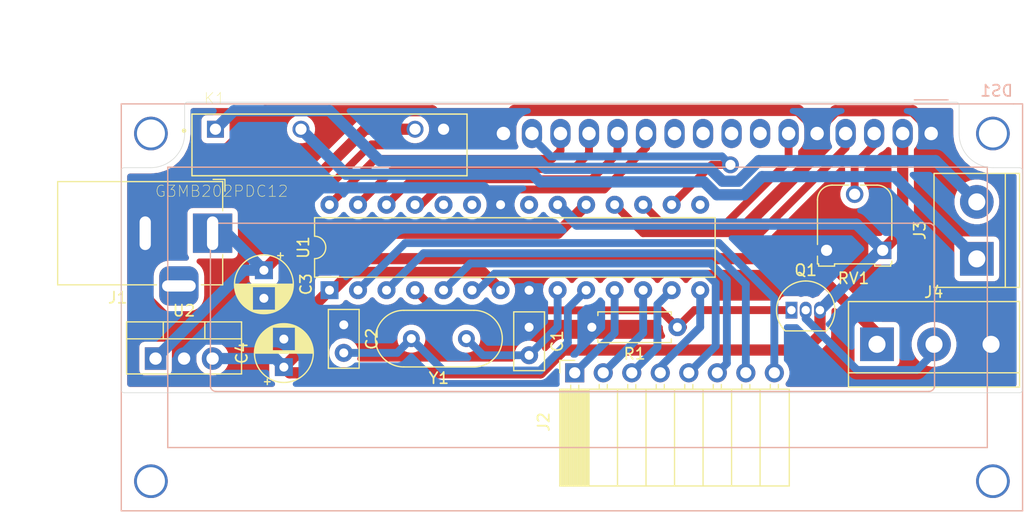
<source format=kicad_pcb>
(kicad_pcb (version 20171130) (host pcbnew "(5.1.9)-1")

  (general
    (thickness 1.6)
    (drawings 18)
    (tracks 194)
    (zones 0)
    (modules 16)
    (nets 35)
  )

  (page A4)
  (layers
    (0 F.Cu signal)
    (31 B.Cu signal)
    (32 B.Adhes user hide)
    (33 F.Adhes user hide)
    (34 B.Paste user hide)
    (35 F.Paste user hide)
    (36 B.SilkS user hide)
    (37 F.SilkS user hide)
    (38 B.Mask user hide)
    (39 F.Mask user hide)
    (40 Dwgs.User user)
    (41 Cmts.User user hide)
    (42 Eco1.User user hide)
    (43 Eco2.User user hide)
    (44 Edge.Cuts user)
    (45 Margin user hide)
    (46 B.CrtYd user hide)
    (47 F.CrtYd user hide)
    (48 B.Fab user hide)
    (49 F.Fab user)
  )

  (setup
    (last_trace_width 0.7)
    (trace_clearance 0.21)
    (zone_clearance 0.5)
    (zone_45_only yes)
    (trace_min 0.5)
    (via_size 1.5)
    (via_drill 0.9)
    (via_min_size 0.4)
    (via_min_drill 0.3)
    (uvia_size 0.3)
    (uvia_drill 0.1)
    (uvias_allowed no)
    (uvia_min_size 0.2)
    (uvia_min_drill 0.1)
    (edge_width 0.05)
    (segment_width 0.2)
    (pcb_text_width 0.3)
    (pcb_text_size 1.5 1.5)
    (mod_edge_width 0.12)
    (mod_text_size 1 1)
    (mod_text_width 0.15)
    (pad_size 1.524 1.524)
    (pad_drill 0.762)
    (pad_to_mask_clearance 0)
    (aux_axis_origin 0 0)
    (visible_elements 7FFFFFFF)
    (pcbplotparams
      (layerselection 0x21000_ffffffff)
      (usegerberextensions false)
      (usegerberattributes true)
      (usegerberadvancedattributes true)
      (creategerberjobfile true)
      (excludeedgelayer true)
      (linewidth 0.500000)
      (plotframeref false)
      (viasonmask false)
      (mode 1)
      (useauxorigin false)
      (hpglpennumber 1)
      (hpglpenspeed 20)
      (hpglpendiameter 15.000000)
      (psnegative false)
      (psa4output false)
      (plotreference true)
      (plotvalue true)
      (plotinvisibletext false)
      (padsonsilk false)
      (subtractmaskfromsilk false)
      (outputformat 1)
      (mirror false)
      (drillshape 0)
      (scaleselection 1)
      (outputdirectory "plote/"))
  )

  (net 0 "")
  (net 1 Pino_2_int)
  (net 2 "Net-(C1-Pad2)")
  (net 3 "Net-(C2-Pad2)")
  (net 4 vcc_12v)
  (net 5 vcc)
  (net 6 Pino_12)
  (net 7 Pino_11)
  (net 8 "Net-(DS1-Pad9)")
  (net 9 "Net-(DS1-Pad10)")
  (net 10 Pino_16_A2)
  (net 11 Pino_17_A3)
  (net 12 Pino_18_A4)
  (net 13 Pino_19_A5)
  (net 14 Pino_10)
  (net 15 Pino_9)
  (net 16 Pino_8)
  (net 17 Pino_7)
  (net 18 Pino_6)
  (net 19 Pino_5)
  (net 20 Pino_4)
  (net 21 Pino_3)
  (net 22 "Net-(J3-Pad1)")
  (net 23 "Net-(J3-Pad2)")
  (net 24 "Net-(J4-Pad2)")
  (net 25 Pino_13)
  (net 26 "Net-(U1-Pad21)")
  (net 27 "Net-(U1-Pad23)")
  (net 28 "Net-(U1-Pad24)")
  (net 29 GND)
  (net 30 "Net-(DS1-Pad3)")
  (net 31 "Net-(DS1-Pad7)")
  (net 32 "Net-(DS1-Pad8)")
  (net 33 "Net-(U1-Pad15)")
  (net 34 LCD_A)

  (net_class Default "This is the default net class."
    (clearance 0.21)
    (trace_width 0.7)
    (via_dia 1.5)
    (via_drill 0.9)
    (uvia_dia 0.3)
    (uvia_drill 0.1)
    (diff_pair_width 0.3)
    (diff_pair_gap 0.3)
    (add_net LCD_A)
    (add_net "Net-(C1-Pad2)")
    (add_net "Net-(C2-Pad2)")
    (add_net "Net-(DS1-Pad10)")
    (add_net "Net-(DS1-Pad3)")
    (add_net "Net-(DS1-Pad7)")
    (add_net "Net-(DS1-Pad8)")
    (add_net "Net-(DS1-Pad9)")
    (add_net "Net-(J4-Pad2)")
    (add_net "Net-(U1-Pad15)")
    (add_net "Net-(U1-Pad21)")
    (add_net "Net-(U1-Pad23)")
    (add_net "Net-(U1-Pad24)")
    (add_net Pino_10)
    (add_net Pino_11)
    (add_net Pino_12)
    (add_net Pino_16_A2)
    (add_net Pino_17_A3)
    (add_net Pino_18_A4)
    (add_net Pino_19_A5)
    (add_net Pino_2_int)
    (add_net Pino_3)
    (add_net Pino_4)
    (add_net Pino_5)
    (add_net Pino_6)
    (add_net Pino_7)
    (add_net Pino_8)
    (add_net Pino_9)
  )

  (net_class potencia ""
    (clearance 0.21)
    (trace_width 1)
    (via_dia 1.5)
    (via_drill 0.9)
    (uvia_dia 0.3)
    (uvia_drill 0.1)
    (diff_pair_width 0.3)
    (diff_pair_gap 0.3)
    (add_net GND)
    (add_net "Net-(J3-Pad1)")
    (add_net "Net-(J3-Pad2)")
    (add_net Pino_13)
    (add_net vcc)
    (add_net vcc_12v)
  )

  (module Connector_BarrelJack:BarrelJack_Horizontal (layer F.Cu) (tedit 5A1DBF6A) (tstamp 605DEB26)
    (at 83.058 75.184)
    (descr "DC Barrel Jack")
    (tags "Power Jack")
    (path /5FE25BE6)
    (fp_text reference J1 (at -8.45 5.75) (layer F.SilkS)
      (effects (font (size 1 1) (thickness 0.15)))
    )
    (fp_text value Jack-DC (at 2.6924 -0.8636 270) (layer F.Fab)
      (effects (font (size 1 1) (thickness 0.15)))
    )
    (fp_text user %R (at -3 -2.95) (layer F.Fab)
      (effects (font (size 1 1) (thickness 0.15)))
    )
    (fp_line (start 0 -4.5) (end -13.7 -4.5) (layer F.Fab) (width 0.1))
    (fp_line (start 0.8 4.5) (end 0.8 -3.75) (layer F.Fab) (width 0.1))
    (fp_line (start -13.7 4.5) (end 0.8 4.5) (layer F.Fab) (width 0.1))
    (fp_line (start -13.7 -4.5) (end -13.7 4.5) (layer F.Fab) (width 0.1))
    (fp_line (start -10.2 -4.5) (end -10.2 4.5) (layer F.Fab) (width 0.1))
    (fp_line (start 0.9 -4.6) (end 0.9 -2) (layer F.SilkS) (width 0.12))
    (fp_line (start -13.8 -4.6) (end 0.9 -4.6) (layer F.SilkS) (width 0.12))
    (fp_line (start 0.9 4.6) (end -1 4.6) (layer F.SilkS) (width 0.12))
    (fp_line (start 0.9 1.9) (end 0.9 4.6) (layer F.SilkS) (width 0.12))
    (fp_line (start -13.8 4.6) (end -13.8 -4.6) (layer F.SilkS) (width 0.12))
    (fp_line (start -5 4.6) (end -13.8 4.6) (layer F.SilkS) (width 0.12))
    (fp_line (start -14 4.75) (end -14 -4.75) (layer F.CrtYd) (width 0.05))
    (fp_line (start -5 4.75) (end -14 4.75) (layer F.CrtYd) (width 0.05))
    (fp_line (start -5 6.75) (end -5 4.75) (layer F.CrtYd) (width 0.05))
    (fp_line (start -1 6.75) (end -5 6.75) (layer F.CrtYd) (width 0.05))
    (fp_line (start -1 4.75) (end -1 6.75) (layer F.CrtYd) (width 0.05))
    (fp_line (start 1 4.75) (end -1 4.75) (layer F.CrtYd) (width 0.05))
    (fp_line (start 1 2) (end 1 4.75) (layer F.CrtYd) (width 0.05))
    (fp_line (start 2 2) (end 1 2) (layer F.CrtYd) (width 0.05))
    (fp_line (start 2 -2) (end 2 2) (layer F.CrtYd) (width 0.05))
    (fp_line (start 1 -2) (end 2 -2) (layer F.CrtYd) (width 0.05))
    (fp_line (start 1 -4.5) (end 1 -2) (layer F.CrtYd) (width 0.05))
    (fp_line (start 1 -4.75) (end -14 -4.75) (layer F.CrtYd) (width 0.05))
    (fp_line (start 1 -4.5) (end 1 -4.75) (layer F.CrtYd) (width 0.05))
    (fp_line (start 0.05 -4.8) (end 1.1 -4.8) (layer F.SilkS) (width 0.12))
    (fp_line (start 1.1 -3.75) (end 1.1 -4.8) (layer F.SilkS) (width 0.12))
    (fp_line (start -0.003213 -4.505425) (end 0.8 -3.75) (layer F.Fab) (width 0.1))
    (pad 3 thru_hole roundrect (at -3 4.7) (size 3.5 3.5) (drill oval 3 1) (layers *.Cu *.Mask) (roundrect_rratio 0.25))
    (pad 2 thru_hole roundrect (at -6 0) (size 3 3.5) (drill oval 1 3) (layers *.Cu *.Mask) (roundrect_rratio 0.25)
      (net 29 GND))
    (pad 1 thru_hole rect (at 0 0) (size 3.5 3.5) (drill oval 1 3) (layers *.Cu *.Mask)
      (net 4 vcc_12v))
    (model ${KISYS3DMOD}/Connector_BarrelJack.3dshapes/BarrelJack_Horizontal.wrl
      (at (xyz 0 0 0))
      (scale (xyz 1 1 1))
      (rotate (xyz 0 0 0))
    )
  )

  (module G3MB202PDC12:RELAY_G3MB202PDC12 (layer F.Cu) (tedit 0) (tstamp 605DE8B2)
    (at 93.472 67.31)
    (path /5FE33D30)
    (fp_text reference K1 (at -10.2246 -4.14091) (layer F.SilkS)
      (effects (font (size 1.00143 1.00143) (thickness 0.05)))
    )
    (fp_text value G3MB202PDC12 (at -9.6043 4.12759) (layer F.SilkS)
      (effects (font (size 1.00306 1.00306) (thickness 0.05)))
    )
    (fp_line (start 12.25 -2.75) (end -12.25 -2.75) (layer F.SilkS) (width 0.127))
    (fp_line (start -12.25 -2.75) (end -12.25 2.75) (layer F.SilkS) (width 0.127))
    (fp_line (start -12.25 2.75) (end 12.25 2.75) (layer F.SilkS) (width 0.127))
    (fp_line (start 12.25 2.75) (end 12.25 -2.75) (layer F.SilkS) (width 0.127))
    (fp_line (start 12.5 3) (end -12.5 3) (layer Eco1.User) (width 0.05))
    (fp_line (start -12.5 3) (end -12.5 -3) (layer Eco1.User) (width 0.05))
    (fp_line (start -12.5 -3) (end 12.5 -3) (layer Eco1.User) (width 0.05))
    (fp_line (start 12.5 -3) (end 12.5 3) (layer Eco1.User) (width 0.05))
    (fp_circle (center -12.954 -1.27) (end -12.854 -1.27) (layer F.SilkS) (width 0.2))
    (fp_line (start 12.25 -2.75) (end -12.25 -2.75) (layer Eco2.User) (width 0.127))
    (fp_line (start -12.25 -2.75) (end -12.25 2.75) (layer Eco2.User) (width 0.127))
    (fp_line (start -12.25 2.75) (end 12.25 2.75) (layer Eco2.User) (width 0.127))
    (fp_line (start 12.25 2.75) (end 12.25 -2.75) (layer Eco2.User) (width 0.127))
    (fp_circle (center -11.43 -1.27) (end -11.33 -1.27) (layer Eco2.User) (width 0.2))
    (pad 1 thru_hole rect (at -10.16 -1.4 180) (size 1.508 1.508) (drill 1) (layers *.Cu *.Mask)
      (net 23 "Net-(J3-Pad2)"))
    (pad 2 thru_hole circle (at -2.54 -1.4 180) (size 1.508 1.508) (drill 1) (layers *.Cu *.Mask)
      (net 22 "Net-(J3-Pad1)"))
    (pad 3 thru_hole circle (at 7.62 -1.4 180) (size 1.508 1.508) (drill 1) (layers *.Cu *.Mask)
      (net 25 Pino_13))
    (pad 4 thru_hole circle (at 10.16 -1.4 180) (size 1.508 1.508) (drill 1) (layers *.Cu *.Mask)
      (net 29 GND))
  )

  (module Capacitor_THT:CP_Radial_D5.0mm_P2.50mm (layer F.Cu) (tedit 5AE50EF0) (tstamp 605CBC42)
    (at 89.408 87.122 90)
    (descr "CP, Radial series, Radial, pin pitch=2.50mm, , diameter=5mm, Electrolytic Capacitor")
    (tags "CP Radial series Radial pin pitch 2.50mm  diameter 5mm Electrolytic Capacitor")
    (path /5FF9305F)
    (fp_text reference C4 (at 1.25 -3.75 90) (layer F.SilkS)
      (effects (font (size 1 1) (thickness 0.15)))
    )
    (fp_text value C (at 1.25 3.75 90) (layer F.Fab)
      (effects (font (size 1 1) (thickness 0.15)))
    )
    (fp_text user %R (at 1.1176 -3.2004 90) (layer F.Fab)
      (effects (font (size 1 1) (thickness 0.15)))
    )
    (fp_line (start -1.304775 -1.725) (end -1.304775 -1.225) (layer F.SilkS) (width 0.12))
    (fp_line (start -1.554775 -1.475) (end -1.054775 -1.475) (layer F.SilkS) (width 0.12))
    (fp_line (start 3.851 -0.284) (end 3.851 0.284) (layer F.SilkS) (width 0.12))
    (fp_line (start 3.811 -0.518) (end 3.811 0.518) (layer F.SilkS) (width 0.12))
    (fp_line (start 3.771 -0.677) (end 3.771 0.677) (layer F.SilkS) (width 0.12))
    (fp_line (start 3.731 -0.805) (end 3.731 0.805) (layer F.SilkS) (width 0.12))
    (fp_line (start 3.691 -0.915) (end 3.691 0.915) (layer F.SilkS) (width 0.12))
    (fp_line (start 3.651 -1.011) (end 3.651 1.011) (layer F.SilkS) (width 0.12))
    (fp_line (start 3.611 -1.098) (end 3.611 1.098) (layer F.SilkS) (width 0.12))
    (fp_line (start 3.571 -1.178) (end 3.571 1.178) (layer F.SilkS) (width 0.12))
    (fp_line (start 3.531 1.04) (end 3.531 1.251) (layer F.SilkS) (width 0.12))
    (fp_line (start 3.531 -1.251) (end 3.531 -1.04) (layer F.SilkS) (width 0.12))
    (fp_line (start 3.491 1.04) (end 3.491 1.319) (layer F.SilkS) (width 0.12))
    (fp_line (start 3.491 -1.319) (end 3.491 -1.04) (layer F.SilkS) (width 0.12))
    (fp_line (start 3.451 1.04) (end 3.451 1.383) (layer F.SilkS) (width 0.12))
    (fp_line (start 3.451 -1.383) (end 3.451 -1.04) (layer F.SilkS) (width 0.12))
    (fp_line (start 3.411 1.04) (end 3.411 1.443) (layer F.SilkS) (width 0.12))
    (fp_line (start 3.411 -1.443) (end 3.411 -1.04) (layer F.SilkS) (width 0.12))
    (fp_line (start 3.371 1.04) (end 3.371 1.5) (layer F.SilkS) (width 0.12))
    (fp_line (start 3.371 -1.5) (end 3.371 -1.04) (layer F.SilkS) (width 0.12))
    (fp_line (start 3.331 1.04) (end 3.331 1.554) (layer F.SilkS) (width 0.12))
    (fp_line (start 3.331 -1.554) (end 3.331 -1.04) (layer F.SilkS) (width 0.12))
    (fp_line (start 3.291 1.04) (end 3.291 1.605) (layer F.SilkS) (width 0.12))
    (fp_line (start 3.291 -1.605) (end 3.291 -1.04) (layer F.SilkS) (width 0.12))
    (fp_line (start 3.251 1.04) (end 3.251 1.653) (layer F.SilkS) (width 0.12))
    (fp_line (start 3.251 -1.653) (end 3.251 -1.04) (layer F.SilkS) (width 0.12))
    (fp_line (start 3.211 1.04) (end 3.211 1.699) (layer F.SilkS) (width 0.12))
    (fp_line (start 3.211 -1.699) (end 3.211 -1.04) (layer F.SilkS) (width 0.12))
    (fp_line (start 3.171 1.04) (end 3.171 1.743) (layer F.SilkS) (width 0.12))
    (fp_line (start 3.171 -1.743) (end 3.171 -1.04) (layer F.SilkS) (width 0.12))
    (fp_line (start 3.131 1.04) (end 3.131 1.785) (layer F.SilkS) (width 0.12))
    (fp_line (start 3.131 -1.785) (end 3.131 -1.04) (layer F.SilkS) (width 0.12))
    (fp_line (start 3.091 1.04) (end 3.091 1.826) (layer F.SilkS) (width 0.12))
    (fp_line (start 3.091 -1.826) (end 3.091 -1.04) (layer F.SilkS) (width 0.12))
    (fp_line (start 3.051 1.04) (end 3.051 1.864) (layer F.SilkS) (width 0.12))
    (fp_line (start 3.051 -1.864) (end 3.051 -1.04) (layer F.SilkS) (width 0.12))
    (fp_line (start 3.011 1.04) (end 3.011 1.901) (layer F.SilkS) (width 0.12))
    (fp_line (start 3.011 -1.901) (end 3.011 -1.04) (layer F.SilkS) (width 0.12))
    (fp_line (start 2.971 1.04) (end 2.971 1.937) (layer F.SilkS) (width 0.12))
    (fp_line (start 2.971 -1.937) (end 2.971 -1.04) (layer F.SilkS) (width 0.12))
    (fp_line (start 2.931 1.04) (end 2.931 1.971) (layer F.SilkS) (width 0.12))
    (fp_line (start 2.931 -1.971) (end 2.931 -1.04) (layer F.SilkS) (width 0.12))
    (fp_line (start 2.891 1.04) (end 2.891 2.004) (layer F.SilkS) (width 0.12))
    (fp_line (start 2.891 -2.004) (end 2.891 -1.04) (layer F.SilkS) (width 0.12))
    (fp_line (start 2.851 1.04) (end 2.851 2.035) (layer F.SilkS) (width 0.12))
    (fp_line (start 2.851 -2.035) (end 2.851 -1.04) (layer F.SilkS) (width 0.12))
    (fp_line (start 2.811 1.04) (end 2.811 2.065) (layer F.SilkS) (width 0.12))
    (fp_line (start 2.811 -2.065) (end 2.811 -1.04) (layer F.SilkS) (width 0.12))
    (fp_line (start 2.771 1.04) (end 2.771 2.095) (layer F.SilkS) (width 0.12))
    (fp_line (start 2.771 -2.095) (end 2.771 -1.04) (layer F.SilkS) (width 0.12))
    (fp_line (start 2.731 1.04) (end 2.731 2.122) (layer F.SilkS) (width 0.12))
    (fp_line (start 2.731 -2.122) (end 2.731 -1.04) (layer F.SilkS) (width 0.12))
    (fp_line (start 2.691 1.04) (end 2.691 2.149) (layer F.SilkS) (width 0.12))
    (fp_line (start 2.691 -2.149) (end 2.691 -1.04) (layer F.SilkS) (width 0.12))
    (fp_line (start 2.651 1.04) (end 2.651 2.175) (layer F.SilkS) (width 0.12))
    (fp_line (start 2.651 -2.175) (end 2.651 -1.04) (layer F.SilkS) (width 0.12))
    (fp_line (start 2.611 1.04) (end 2.611 2.2) (layer F.SilkS) (width 0.12))
    (fp_line (start 2.611 -2.2) (end 2.611 -1.04) (layer F.SilkS) (width 0.12))
    (fp_line (start 2.571 1.04) (end 2.571 2.224) (layer F.SilkS) (width 0.12))
    (fp_line (start 2.571 -2.224) (end 2.571 -1.04) (layer F.SilkS) (width 0.12))
    (fp_line (start 2.531 1.04) (end 2.531 2.247) (layer F.SilkS) (width 0.12))
    (fp_line (start 2.531 -2.247) (end 2.531 -1.04) (layer F.SilkS) (width 0.12))
    (fp_line (start 2.491 1.04) (end 2.491 2.268) (layer F.SilkS) (width 0.12))
    (fp_line (start 2.491 -2.268) (end 2.491 -1.04) (layer F.SilkS) (width 0.12))
    (fp_line (start 2.451 1.04) (end 2.451 2.29) (layer F.SilkS) (width 0.12))
    (fp_line (start 2.451 -2.29) (end 2.451 -1.04) (layer F.SilkS) (width 0.12))
    (fp_line (start 2.411 1.04) (end 2.411 2.31) (layer F.SilkS) (width 0.12))
    (fp_line (start 2.411 -2.31) (end 2.411 -1.04) (layer F.SilkS) (width 0.12))
    (fp_line (start 2.371 1.04) (end 2.371 2.329) (layer F.SilkS) (width 0.12))
    (fp_line (start 2.371 -2.329) (end 2.371 -1.04) (layer F.SilkS) (width 0.12))
    (fp_line (start 2.331 1.04) (end 2.331 2.348) (layer F.SilkS) (width 0.12))
    (fp_line (start 2.331 -2.348) (end 2.331 -1.04) (layer F.SilkS) (width 0.12))
    (fp_line (start 2.291 1.04) (end 2.291 2.365) (layer F.SilkS) (width 0.12))
    (fp_line (start 2.291 -2.365) (end 2.291 -1.04) (layer F.SilkS) (width 0.12))
    (fp_line (start 2.251 1.04) (end 2.251 2.382) (layer F.SilkS) (width 0.12))
    (fp_line (start 2.251 -2.382) (end 2.251 -1.04) (layer F.SilkS) (width 0.12))
    (fp_line (start 2.211 1.04) (end 2.211 2.398) (layer F.SilkS) (width 0.12))
    (fp_line (start 2.211 -2.398) (end 2.211 -1.04) (layer F.SilkS) (width 0.12))
    (fp_line (start 2.171 1.04) (end 2.171 2.414) (layer F.SilkS) (width 0.12))
    (fp_line (start 2.171 -2.414) (end 2.171 -1.04) (layer F.SilkS) (width 0.12))
    (fp_line (start 2.131 1.04) (end 2.131 2.428) (layer F.SilkS) (width 0.12))
    (fp_line (start 2.131 -2.428) (end 2.131 -1.04) (layer F.SilkS) (width 0.12))
    (fp_line (start 2.091 1.04) (end 2.091 2.442) (layer F.SilkS) (width 0.12))
    (fp_line (start 2.091 -2.442) (end 2.091 -1.04) (layer F.SilkS) (width 0.12))
    (fp_line (start 2.051 1.04) (end 2.051 2.455) (layer F.SilkS) (width 0.12))
    (fp_line (start 2.051 -2.455) (end 2.051 -1.04) (layer F.SilkS) (width 0.12))
    (fp_line (start 2.011 1.04) (end 2.011 2.468) (layer F.SilkS) (width 0.12))
    (fp_line (start 2.011 -2.468) (end 2.011 -1.04) (layer F.SilkS) (width 0.12))
    (fp_line (start 1.971 1.04) (end 1.971 2.48) (layer F.SilkS) (width 0.12))
    (fp_line (start 1.971 -2.48) (end 1.971 -1.04) (layer F.SilkS) (width 0.12))
    (fp_line (start 1.93 1.04) (end 1.93 2.491) (layer F.SilkS) (width 0.12))
    (fp_line (start 1.93 -2.491) (end 1.93 -1.04) (layer F.SilkS) (width 0.12))
    (fp_line (start 1.89 1.04) (end 1.89 2.501) (layer F.SilkS) (width 0.12))
    (fp_line (start 1.89 -2.501) (end 1.89 -1.04) (layer F.SilkS) (width 0.12))
    (fp_line (start 1.85 1.04) (end 1.85 2.511) (layer F.SilkS) (width 0.12))
    (fp_line (start 1.85 -2.511) (end 1.85 -1.04) (layer F.SilkS) (width 0.12))
    (fp_line (start 1.81 1.04) (end 1.81 2.52) (layer F.SilkS) (width 0.12))
    (fp_line (start 1.81 -2.52) (end 1.81 -1.04) (layer F.SilkS) (width 0.12))
    (fp_line (start 1.77 1.04) (end 1.77 2.528) (layer F.SilkS) (width 0.12))
    (fp_line (start 1.77 -2.528) (end 1.77 -1.04) (layer F.SilkS) (width 0.12))
    (fp_line (start 1.73 1.04) (end 1.73 2.536) (layer F.SilkS) (width 0.12))
    (fp_line (start 1.73 -2.536) (end 1.73 -1.04) (layer F.SilkS) (width 0.12))
    (fp_line (start 1.69 1.04) (end 1.69 2.543) (layer F.SilkS) (width 0.12))
    (fp_line (start 1.69 -2.543) (end 1.69 -1.04) (layer F.SilkS) (width 0.12))
    (fp_line (start 1.65 1.04) (end 1.65 2.55) (layer F.SilkS) (width 0.12))
    (fp_line (start 1.65 -2.55) (end 1.65 -1.04) (layer F.SilkS) (width 0.12))
    (fp_line (start 1.61 1.04) (end 1.61 2.556) (layer F.SilkS) (width 0.12))
    (fp_line (start 1.61 -2.556) (end 1.61 -1.04) (layer F.SilkS) (width 0.12))
    (fp_line (start 1.57 1.04) (end 1.57 2.561) (layer F.SilkS) (width 0.12))
    (fp_line (start 1.57 -2.561) (end 1.57 -1.04) (layer F.SilkS) (width 0.12))
    (fp_line (start 1.53 1.04) (end 1.53 2.565) (layer F.SilkS) (width 0.12))
    (fp_line (start 1.53 -2.565) (end 1.53 -1.04) (layer F.SilkS) (width 0.12))
    (fp_line (start 1.49 1.04) (end 1.49 2.569) (layer F.SilkS) (width 0.12))
    (fp_line (start 1.49 -2.569) (end 1.49 -1.04) (layer F.SilkS) (width 0.12))
    (fp_line (start 1.45 -2.573) (end 1.45 2.573) (layer F.SilkS) (width 0.12))
    (fp_line (start 1.41 -2.576) (end 1.41 2.576) (layer F.SilkS) (width 0.12))
    (fp_line (start 1.37 -2.578) (end 1.37 2.578) (layer F.SilkS) (width 0.12))
    (fp_line (start 1.33 -2.579) (end 1.33 2.579) (layer F.SilkS) (width 0.12))
    (fp_line (start 1.29 -2.58) (end 1.29 2.58) (layer F.SilkS) (width 0.12))
    (fp_line (start 1.25 -2.58) (end 1.25 2.58) (layer F.SilkS) (width 0.12))
    (fp_line (start -0.633605 -1.3375) (end -0.633605 -0.8375) (layer F.Fab) (width 0.1))
    (fp_line (start -0.883605 -1.0875) (end -0.383605 -1.0875) (layer F.Fab) (width 0.1))
    (fp_circle (center 1.25 0) (end 4 0) (layer F.CrtYd) (width 0.05))
    (fp_circle (center 1.25 0) (end 3.87 0) (layer F.SilkS) (width 0.12))
    (fp_circle (center 1.25 0) (end 3.75 0) (layer F.Fab) (width 0.1))
    (pad 1 thru_hole rect (at 0 0 90) (size 1.6 1.6) (drill 0.8) (layers *.Cu *.Mask)
      (net 5 vcc))
    (pad 2 thru_hole circle (at 2.5 0 90) (size 1.6 1.6) (drill 0.8) (layers *.Cu *.Mask)
      (net 29 GND))
    (model ${KISYS3DMOD}/Capacitor_THT.3dshapes/CP_Radial_D5.0mm_P2.50mm.wrl
      (at (xyz 0 0 0))
      (scale (xyz 1 1 1))
      (rotate (xyz 0 0 0))
    )
  )

  (module Resistor_THT:R_Axial_DIN0207_L6.3mm_D2.5mm_P7.62mm_Horizontal (layer F.Cu) (tedit 5AE5139B) (tstamp 605CA49F)
    (at 124.46 83.566 180)
    (descr "Resistor, Axial_DIN0207 series, Axial, Horizontal, pin pitch=7.62mm, 0.25W = 1/4W, length*diameter=6.3*2.5mm^2, http://cdn-reichelt.de/documents/datenblatt/B400/1_4W%23YAG.pdf")
    (tags "Resistor Axial_DIN0207 series Axial Horizontal pin pitch 7.62mm 0.25W = 1/4W length 6.3mm diameter 2.5mm")
    (path /602A0DA5)
    (fp_text reference R1 (at 3.81 -2.37) (layer F.SilkS)
      (effects (font (size 1 1) (thickness 0.15)))
    )
    (fp_text value R (at 3.81 2.37) (layer F.Fab)
      (effects (font (size 1 1) (thickness 0.15)))
    )
    (fp_line (start 8.67 -1.5) (end -1.05 -1.5) (layer F.CrtYd) (width 0.05))
    (fp_line (start 8.67 1.5) (end 8.67 -1.5) (layer F.CrtYd) (width 0.05))
    (fp_line (start -1.05 1.5) (end 8.67 1.5) (layer F.CrtYd) (width 0.05))
    (fp_line (start -1.05 -1.5) (end -1.05 1.5) (layer F.CrtYd) (width 0.05))
    (fp_line (start 7.08 1.37) (end 7.08 1.04) (layer F.SilkS) (width 0.12))
    (fp_line (start 0.54 1.37) (end 7.08 1.37) (layer F.SilkS) (width 0.12))
    (fp_line (start 0.54 1.04) (end 0.54 1.37) (layer F.SilkS) (width 0.12))
    (fp_line (start 7.08 -1.37) (end 7.08 -1.04) (layer F.SilkS) (width 0.12))
    (fp_line (start 0.54 -1.37) (end 7.08 -1.37) (layer F.SilkS) (width 0.12))
    (fp_line (start 0.54 -1.04) (end 0.54 -1.37) (layer F.SilkS) (width 0.12))
    (fp_line (start 7.62 0) (end 6.96 0) (layer F.Fab) (width 0.1))
    (fp_line (start 0 0) (end 0.66 0) (layer F.Fab) (width 0.1))
    (fp_line (start 6.96 -1.25) (end 0.66 -1.25) (layer F.Fab) (width 0.1))
    (fp_line (start 6.96 1.25) (end 6.96 -1.25) (layer F.Fab) (width 0.1))
    (fp_line (start 0.66 1.25) (end 6.96 1.25) (layer F.Fab) (width 0.1))
    (fp_line (start 0.66 -1.25) (end 0.66 1.25) (layer F.Fab) (width 0.1))
    (fp_text user %R (at 3.81 0) (layer F.Fab)
      (effects (font (size 1 1) (thickness 0.15)))
    )
    (pad 1 thru_hole circle (at 0 0 180) (size 1.6 1.6) (drill 0.8) (layers *.Cu *.Mask)
      (net 1 Pino_2_int))
    (pad 2 thru_hole oval (at 7.62 0 180) (size 1.6 1.6) (drill 0.8) (layers *.Cu *.Mask)
      (net 29 GND))
    (model ${KISYS3DMOD}/Resistor_THT.3dshapes/R_Axial_DIN0207_L6.3mm_D2.5mm_P7.62mm_Horizontal.wrl
      (at (xyz 0 0 0))
      (scale (xyz 1 1 1))
      (rotate (xyz 0 0 0))
    )
  )

  (module Display:WC1602A (layer B.Cu) (tedit 5A02FE80) (tstamp 605E0A8C)
    (at 147.066 66.294 180)
    (descr "LCD 16x2 http://www.wincomlcd.com/pdf/WC1602A-SFYLYHTC06.pdf")
    (tags "LCD 16x2 Alphanumeric 16pin")
    (path /6049CEBB)
    (fp_text reference DS1 (at -5.82 3.81) (layer B.SilkS)
      (effects (font (size 1 1) (thickness 0.15)) (justify mirror))
    )
    (fp_text value RC1602A (at -4.31 -34.66) (layer B.Fab)
      (effects (font (size 1 1) (thickness 0.15)) (justify mirror))
    )
    (fp_line (start -8 -33.5) (end -8 2.5) (layer B.Fab) (width 0.1))
    (fp_line (start 72 -33.5) (end -8 -33.5) (layer B.Fab) (width 0.1))
    (fp_line (start 72 2.5) (end 72 -33.5) (layer B.Fab) (width 0.1))
    (fp_line (start 1 2.5) (end 72 2.5) (layer B.Fab) (width 0.1))
    (fp_line (start -5 -28) (end -5 -3) (layer B.SilkS) (width 0.12))
    (fp_line (start 68 -28) (end -5 -28) (layer B.SilkS) (width 0.12))
    (fp_line (start 68 -3) (end 68 -28) (layer B.SilkS) (width 0.12))
    (fp_line (start -5 -3) (end 68 -3) (layer B.SilkS) (width 0.12))
    (fp_line (start 64.2 -8.5) (end 64.2 -22.5) (layer B.SilkS) (width 0.12))
    (fp_line (start 63.70066 -23) (end 0.2 -23) (layer B.SilkS) (width 0.12))
    (fp_line (start -0.29972 -22.49932) (end -0.29972 -8.5) (layer B.SilkS) (width 0.12))
    (fp_line (start 0.2 -8) (end 63.7 -8) (layer B.SilkS) (width 0.12))
    (fp_line (start -1 2.5) (end -8 2.5) (layer B.Fab) (width 0.1))
    (fp_line (start 0 1.5) (end -1 2.5) (layer B.Fab) (width 0.1))
    (fp_line (start 1 2.5) (end 0 1.5) (layer B.Fab) (width 0.1))
    (fp_line (start -8.25 2.75) (end 72.25 2.75) (layer B.CrtYd) (width 0.05))
    (fp_line (start -1.5 3) (end 1.5 3) (layer B.SilkS) (width 0.12))
    (fp_line (start 72.25 2.75) (end 72.25 -33.75) (layer B.CrtYd) (width 0.05))
    (fp_line (start -8.25 -33.75) (end 72.25 -33.75) (layer B.CrtYd) (width 0.05))
    (fp_line (start -8.25 2.75) (end -8.25 -33.75) (layer B.CrtYd) (width 0.05))
    (fp_line (start -8.13 2.64) (end -7.34 2.64) (layer B.SilkS) (width 0.12))
    (fp_line (start -8.14 2.64) (end -8.14 -33.64) (layer B.SilkS) (width 0.12))
    (fp_line (start 72.14 2.64) (end -7.34 2.64) (layer B.SilkS) (width 0.12))
    (fp_line (start 72.14 -33.64) (end 72.14 2.64) (layer B.SilkS) (width 0.12))
    (fp_line (start -8.14 -33.64) (end 72.14 -33.64) (layer B.SilkS) (width 0.12))
    (fp_text user %R (at 30.37 -14.74) (layer B.Fab)
      (effects (font (size 1 1) (thickness 0.1)) (justify mirror))
    )
    (fp_arc (start 63.7 -8.5) (end 63.7 -8) (angle -90) (layer B.SilkS) (width 0.12))
    (fp_arc (start 63.70066 -22.49932) (end 64.20104 -22.49932) (angle -90) (layer B.SilkS) (width 0.12))
    (fp_arc (start 0.20066 -22.49932) (end 0.20066 -22.9997) (angle -90) (layer B.SilkS) (width 0.12))
    (fp_arc (start 0.20066 -8.49884) (end -0.29972 -8.49884) (angle -90) (layer B.SilkS) (width 0.12))
    (pad 1 thru_hole rect (at 0 0 180) (size 1.8 2.6) (drill 1.2) (layers *.Cu *.Mask)
      (net 29 GND))
    (pad 2 thru_hole oval (at 2.54 0 180) (size 1.8 2.6) (drill 1.2) (layers *.Cu *.Mask)
      (net 5 vcc))
    (pad 3 thru_hole oval (at 5.08 0 180) (size 1.8 2.6) (drill 1.2) (layers *.Cu *.Mask)
      (net 30 "Net-(DS1-Pad3)"))
    (pad 4 thru_hole oval (at 7.62 0 180) (size 1.8 2.6) (drill 1.2) (layers *.Cu *.Mask)
      (net 6 Pino_12))
    (pad 5 thru_hole oval (at 10.16 0 180) (size 1.8 2.6) (drill 1.2) (layers *.Cu *.Mask)
      (net 29 GND))
    (pad 6 thru_hole oval (at 12.7 0 180) (size 1.8 2.6) (drill 1.2) (layers *.Cu *.Mask)
      (net 7 Pino_11))
    (pad 7 thru_hole oval (at 15.24 0 180) (size 1.8 2.6) (drill 1.2) (layers *.Cu *.Mask)
      (net 31 "Net-(DS1-Pad7)"))
    (pad 8 thru_hole oval (at 17.78 0 180) (size 1.8 2.6) (drill 1.2) (layers *.Cu *.Mask)
      (net 32 "Net-(DS1-Pad8)"))
    (pad 9 thru_hole oval (at 20.32 0 180) (size 1.8 2.6) (drill 1.2) (layers *.Cu *.Mask)
      (net 8 "Net-(DS1-Pad9)"))
    (pad 10 thru_hole oval (at 22.86 0 180) (size 1.8 2.6) (drill 1.2) (layers *.Cu *.Mask)
      (net 9 "Net-(DS1-Pad10)"))
    (pad 11 thru_hole oval (at 25.4 0 180) (size 1.8 2.6) (drill 1.2) (layers *.Cu *.Mask)
      (net 10 Pino_16_A2))
    (pad 12 thru_hole oval (at 27.94 0 180) (size 1.8 2.6) (drill 1.2) (layers *.Cu *.Mask)
      (net 11 Pino_17_A3))
    (pad 13 thru_hole oval (at 30.48 0 180) (size 1.8 2.6) (drill 1.2) (layers *.Cu *.Mask)
      (net 12 Pino_18_A4))
    (pad 14 thru_hole oval (at 33.02 0 180) (size 1.8 2.6) (drill 1.2) (layers *.Cu *.Mask)
      (net 13 Pino_19_A5))
    (pad 15 thru_hole oval (at 35.56 0 180) (size 1.8 2.6) (drill 1.2) (layers *.Cu *.Mask)
      (net 34 LCD_A))
    (pad 16 thru_hole oval (at 38.1 0 180) (size 1.8 2.6) (drill 1.2) (layers *.Cu *.Mask)
      (net 29 GND))
    (pad "" thru_hole circle (at -5.4991 0 180) (size 3 3) (drill 2.5) (layers *.Cu *.Mask))
    (pad "" thru_hole circle (at -5.4991 -31.0007 180) (size 3 3) (drill 2.5) (layers *.Cu *.Mask))
    (pad "" thru_hole circle (at 69.49948 -31.0007 180) (size 3 3) (drill 2.5) (layers *.Cu *.Mask))
    (pad "" thru_hole circle (at 69.5 0 180) (size 3 3) (drill 2.5) (layers *.Cu *.Mask))
    (model ${KISYS3DMOD}/Display.3dshapes/WC1602A.wrl
      (at (xyz 0 0 0))
      (scale (xyz 1 1 1))
      (rotate (xyz 0 0 0))
    )
  )

  (module Package_TO_SOT_THT:TO-92_Inline (layer F.Cu) (tedit 5A1DD157) (tstamp 605CA5C6)
    (at 134.62 82.042)
    (descr "TO-92 leads in-line, narrow, oval pads, drill 0.75mm (see NXP sot054_po.pdf)")
    (tags "to-92 sc-43 sc-43a sot54 PA33 transistor")
    (path /6027C46B)
    (fp_text reference Q1 (at 1.27 -3.56) (layer F.SilkS)
      (effects (font (size 1 1) (thickness 0.15)))
    )
    (fp_text value 2N7000 (at 1.27 2.79) (layer F.Fab)
      (effects (font (size 1 1) (thickness 0.15)))
    )
    (fp_line (start -0.53 1.85) (end 3.07 1.85) (layer F.SilkS) (width 0.12))
    (fp_line (start -0.5 1.75) (end 3 1.75) (layer F.Fab) (width 0.1))
    (fp_line (start -1.46 -2.73) (end 4 -2.73) (layer F.CrtYd) (width 0.05))
    (fp_line (start -1.46 -2.73) (end -1.46 2.01) (layer F.CrtYd) (width 0.05))
    (fp_line (start 4 2.01) (end 4 -2.73) (layer F.CrtYd) (width 0.05))
    (fp_line (start 4 2.01) (end -1.46 2.01) (layer F.CrtYd) (width 0.05))
    (fp_text user %R (at 1.27 0) (layer F.Fab)
      (effects (font (size 1 1) (thickness 0.15)))
    )
    (fp_arc (start 1.27 0) (end 1.27 -2.48) (angle 135) (layer F.Fab) (width 0.1))
    (fp_arc (start 1.27 0) (end 1.27 -2.6) (angle -135) (layer F.SilkS) (width 0.12))
    (fp_arc (start 1.27 0) (end 1.27 -2.48) (angle -135) (layer F.Fab) (width 0.1))
    (fp_arc (start 1.27 0) (end 1.27 -2.6) (angle 135) (layer F.SilkS) (width 0.12))
    (pad 2 thru_hole oval (at 1.27 0) (size 1.05 1.5) (drill 0.75) (layers *.Cu *.Mask)
      (net 24 "Net-(J4-Pad2)"))
    (pad 3 thru_hole oval (at 2.54 0) (size 1.05 1.5) (drill 0.75) (layers *.Cu *.Mask)
      (net 5 vcc))
    (pad 1 thru_hole rect (at 0 0) (size 1.05 1.5) (drill 0.75) (layers *.Cu *.Mask)
      (net 1 Pino_2_int))
    (model ${KISYS3DMOD}/Package_TO_SOT_THT.3dshapes/TO-92_Inline.wrl
      (at (xyz 0 0 0))
      (scale (xyz 1 1 1))
      (rotate (xyz 0 0 0))
    )
  )

  (module Connector_PinSocket_2.54mm:PinSocket_1x08_P2.54mm_Horizontal (layer F.Cu) (tedit 5A19A421) (tstamp 605CB8A6)
    (at 115.316 87.63 90)
    (descr "Through hole angled socket strip, 1x08, 2.54mm pitch, 8.51mm socket length, single row (from Kicad 4.0.7), script generated")
    (tags "Through hole angled socket strip THT 1x08 2.54mm single row")
    (path /5FE8271A)
    (fp_text reference J2 (at -4.38 -2.77 90) (layer F.SilkS)
      (effects (font (size 1 1) (thickness 0.15)))
    )
    (fp_text value "Teclado matricial" (at -4.38 20.55 90) (layer F.Fab)
      (effects (font (size 1 1) (thickness 0.15)))
    )
    (fp_line (start 1.75 19.55) (end 1.75 -1.8) (layer F.CrtYd) (width 0.05))
    (fp_line (start -10.55 19.55) (end 1.75 19.55) (layer F.CrtYd) (width 0.05))
    (fp_line (start -10.55 -1.8) (end -10.55 19.55) (layer F.CrtYd) (width 0.05))
    (fp_line (start 1.75 -1.8) (end -10.55 -1.8) (layer F.CrtYd) (width 0.05))
    (fp_line (start 0 -1.33) (end 1.11 -1.33) (layer F.SilkS) (width 0.12))
    (fp_line (start 1.11 -1.33) (end 1.11 0) (layer F.SilkS) (width 0.12))
    (fp_line (start -10.09 -1.33) (end -10.09 19.11) (layer F.SilkS) (width 0.12))
    (fp_line (start -10.09 19.11) (end -1.46 19.11) (layer F.SilkS) (width 0.12))
    (fp_line (start -1.46 -1.33) (end -1.46 19.11) (layer F.SilkS) (width 0.12))
    (fp_line (start -10.09 -1.33) (end -1.46 -1.33) (layer F.SilkS) (width 0.12))
    (fp_line (start -10.09 16.51) (end -1.46 16.51) (layer F.SilkS) (width 0.12))
    (fp_line (start -10.09 13.97) (end -1.46 13.97) (layer F.SilkS) (width 0.12))
    (fp_line (start -10.09 11.43) (end -1.46 11.43) (layer F.SilkS) (width 0.12))
    (fp_line (start -10.09 8.89) (end -1.46 8.89) (layer F.SilkS) (width 0.12))
    (fp_line (start -10.09 6.35) (end -1.46 6.35) (layer F.SilkS) (width 0.12))
    (fp_line (start -10.09 3.81) (end -1.46 3.81) (layer F.SilkS) (width 0.12))
    (fp_line (start -10.09 1.27) (end -1.46 1.27) (layer F.SilkS) (width 0.12))
    (fp_line (start -1.46 18.14) (end -1.05 18.14) (layer F.SilkS) (width 0.12))
    (fp_line (start -1.46 17.42) (end -1.05 17.42) (layer F.SilkS) (width 0.12))
    (fp_line (start -1.46 15.6) (end -1.05 15.6) (layer F.SilkS) (width 0.12))
    (fp_line (start -1.46 14.88) (end -1.05 14.88) (layer F.SilkS) (width 0.12))
    (fp_line (start -1.46 13.06) (end -1.05 13.06) (layer F.SilkS) (width 0.12))
    (fp_line (start -1.46 12.34) (end -1.05 12.34) (layer F.SilkS) (width 0.12))
    (fp_line (start -1.46 10.52) (end -1.05 10.52) (layer F.SilkS) (width 0.12))
    (fp_line (start -1.46 9.8) (end -1.05 9.8) (layer F.SilkS) (width 0.12))
    (fp_line (start -1.46 7.98) (end -1.05 7.98) (layer F.SilkS) (width 0.12))
    (fp_line (start -1.46 7.26) (end -1.05 7.26) (layer F.SilkS) (width 0.12))
    (fp_line (start -1.46 5.44) (end -1.05 5.44) (layer F.SilkS) (width 0.12))
    (fp_line (start -1.46 4.72) (end -1.05 4.72) (layer F.SilkS) (width 0.12))
    (fp_line (start -1.46 2.9) (end -1.05 2.9) (layer F.SilkS) (width 0.12))
    (fp_line (start -1.46 2.18) (end -1.05 2.18) (layer F.SilkS) (width 0.12))
    (fp_line (start -1.46 0.36) (end -1.11 0.36) (layer F.SilkS) (width 0.12))
    (fp_line (start -1.46 -0.36) (end -1.11 -0.36) (layer F.SilkS) (width 0.12))
    (fp_line (start -10.09 1.1519) (end -1.46 1.1519) (layer F.SilkS) (width 0.12))
    (fp_line (start -10.09 1.033805) (end -1.46 1.033805) (layer F.SilkS) (width 0.12))
    (fp_line (start -10.09 0.91571) (end -1.46 0.91571) (layer F.SilkS) (width 0.12))
    (fp_line (start -10.09 0.797615) (end -1.46 0.797615) (layer F.SilkS) (width 0.12))
    (fp_line (start -10.09 0.67952) (end -1.46 0.67952) (layer F.SilkS) (width 0.12))
    (fp_line (start -10.09 0.561425) (end -1.46 0.561425) (layer F.SilkS) (width 0.12))
    (fp_line (start -10.09 0.44333) (end -1.46 0.44333) (layer F.SilkS) (width 0.12))
    (fp_line (start -10.09 0.325235) (end -1.46 0.325235) (layer F.SilkS) (width 0.12))
    (fp_line (start -10.09 0.20714) (end -1.46 0.20714) (layer F.SilkS) (width 0.12))
    (fp_line (start -10.09 0.089045) (end -1.46 0.089045) (layer F.SilkS) (width 0.12))
    (fp_line (start -10.09 -0.02905) (end -1.46 -0.02905) (layer F.SilkS) (width 0.12))
    (fp_line (start -10.09 -0.147145) (end -1.46 -0.147145) (layer F.SilkS) (width 0.12))
    (fp_line (start -10.09 -0.26524) (end -1.46 -0.26524) (layer F.SilkS) (width 0.12))
    (fp_line (start -10.09 -0.383335) (end -1.46 -0.383335) (layer F.SilkS) (width 0.12))
    (fp_line (start -10.09 -0.50143) (end -1.46 -0.50143) (layer F.SilkS) (width 0.12))
    (fp_line (start -10.09 -0.619525) (end -1.46 -0.619525) (layer F.SilkS) (width 0.12))
    (fp_line (start -10.09 -0.73762) (end -1.46 -0.73762) (layer F.SilkS) (width 0.12))
    (fp_line (start -10.09 -0.855715) (end -1.46 -0.855715) (layer F.SilkS) (width 0.12))
    (fp_line (start -10.09 -0.97381) (end -1.46 -0.97381) (layer F.SilkS) (width 0.12))
    (fp_line (start -10.09 -1.091905) (end -1.46 -1.091905) (layer F.SilkS) (width 0.12))
    (fp_line (start -10.09 -1.21) (end -1.46 -1.21) (layer F.SilkS) (width 0.12))
    (fp_line (start 0 18.08) (end 0 17.48) (layer F.Fab) (width 0.1))
    (fp_line (start -1.52 18.08) (end 0 18.08) (layer F.Fab) (width 0.1))
    (fp_line (start 0 17.48) (end -1.52 17.48) (layer F.Fab) (width 0.1))
    (fp_line (start 0 15.54) (end 0 14.94) (layer F.Fab) (width 0.1))
    (fp_line (start -1.52 15.54) (end 0 15.54) (layer F.Fab) (width 0.1))
    (fp_line (start 0 14.94) (end -1.52 14.94) (layer F.Fab) (width 0.1))
    (fp_line (start 0 13) (end 0 12.4) (layer F.Fab) (width 0.1))
    (fp_line (start -1.52 13) (end 0 13) (layer F.Fab) (width 0.1))
    (fp_line (start 0 12.4) (end -1.52 12.4) (layer F.Fab) (width 0.1))
    (fp_line (start 0 10.46) (end 0 9.86) (layer F.Fab) (width 0.1))
    (fp_line (start -1.52 10.46) (end 0 10.46) (layer F.Fab) (width 0.1))
    (fp_line (start 0 9.86) (end -1.52 9.86) (layer F.Fab) (width 0.1))
    (fp_line (start 0 7.92) (end 0 7.32) (layer F.Fab) (width 0.1))
    (fp_line (start -1.52 7.92) (end 0 7.92) (layer F.Fab) (width 0.1))
    (fp_line (start 0 7.32) (end -1.52 7.32) (layer F.Fab) (width 0.1))
    (fp_line (start 0 5.38) (end 0 4.78) (layer F.Fab) (width 0.1))
    (fp_line (start -1.52 5.38) (end 0 5.38) (layer F.Fab) (width 0.1))
    (fp_line (start 0 4.78) (end -1.52 4.78) (layer F.Fab) (width 0.1))
    (fp_line (start 0 2.84) (end 0 2.24) (layer F.Fab) (width 0.1))
    (fp_line (start -1.52 2.84) (end 0 2.84) (layer F.Fab) (width 0.1))
    (fp_line (start 0 2.24) (end -1.52 2.24) (layer F.Fab) (width 0.1))
    (fp_line (start 0 0.3) (end 0 -0.3) (layer F.Fab) (width 0.1))
    (fp_line (start -1.52 0.3) (end 0 0.3) (layer F.Fab) (width 0.1))
    (fp_line (start 0 -0.3) (end -1.52 -0.3) (layer F.Fab) (width 0.1))
    (fp_line (start -10.03 19.05) (end -10.03 -1.27) (layer F.Fab) (width 0.1))
    (fp_line (start -1.52 19.05) (end -10.03 19.05) (layer F.Fab) (width 0.1))
    (fp_line (start -1.52 -0.3) (end -1.52 19.05) (layer F.Fab) (width 0.1))
    (fp_line (start -2.49 -1.27) (end -1.52 -0.3) (layer F.Fab) (width 0.1))
    (fp_line (start -10.03 -1.27) (end -2.49 -1.27) (layer F.Fab) (width 0.1))
    (fp_text user %R (at -5.775 8.89) (layer F.Fab)
      (effects (font (size 1 1) (thickness 0.15)))
    )
    (pad 8 thru_hole oval (at 0 17.78 90) (size 1.7 1.7) (drill 1) (layers *.Cu *.Mask)
      (net 21 Pino_3))
    (pad 7 thru_hole oval (at 0 15.24 90) (size 1.7 1.7) (drill 1) (layers *.Cu *.Mask)
      (net 20 Pino_4))
    (pad 6 thru_hole oval (at 0 12.7 90) (size 1.7 1.7) (drill 1) (layers *.Cu *.Mask)
      (net 19 Pino_5))
    (pad 5 thru_hole oval (at 0 10.16 90) (size 1.7 1.7) (drill 1) (layers *.Cu *.Mask)
      (net 18 Pino_6))
    (pad 4 thru_hole oval (at 0 7.62 90) (size 1.7 1.7) (drill 1) (layers *.Cu *.Mask)
      (net 17 Pino_7))
    (pad 3 thru_hole oval (at 0 5.08 90) (size 1.7 1.7) (drill 1) (layers *.Cu *.Mask)
      (net 16 Pino_8))
    (pad 2 thru_hole oval (at 0 2.54 90) (size 1.7 1.7) (drill 1) (layers *.Cu *.Mask)
      (net 15 Pino_9))
    (pad 1 thru_hole rect (at 0 0 90) (size 1.7 1.7) (drill 1) (layers *.Cu *.Mask)
      (net 14 Pino_10))
    (model ${KISYS3DMOD}/Connector_PinSocket_2.54mm.3dshapes/PinSocket_1x08_P2.54mm_Horizontal.wrl
      (at (xyz 0 0 0))
      (scale (xyz 1 1 1))
      (rotate (xyz 0 0 0))
    )
  )

  (module TerminalBlock:TerminalBlock_bornier-2_P5.08mm (layer F.Cu) (tedit 59FF03AB) (tstamp 605C9BCD)
    (at 151.13 77.47 90)
    (descr "simple 2-pin terminal block, pitch 5.08mm, revamped version of bornier2")
    (tags "terminal block bornier2")
    (path /5FE69DA5)
    (fp_text reference J3 (at 2.54 -5.08 90) (layer F.SilkS)
      (effects (font (size 1 1) (thickness 0.15)))
    )
    (fp_text value Conn_01x02 (at 2.54 -2.54 90) (layer F.Fab)
      (effects (font (size 1 1) (thickness 0.15)))
    )
    (fp_text user %R (at 2.54 0 90) (layer F.Fab)
      (effects (font (size 1 1) (thickness 0.15)))
    )
    (fp_line (start 7.79 4) (end -2.71 4) (layer F.CrtYd) (width 0.05))
    (fp_line (start 7.79 4) (end 7.79 -4) (layer F.CrtYd) (width 0.05))
    (fp_line (start -2.71 -4) (end -2.71 4) (layer F.CrtYd) (width 0.05))
    (fp_line (start -2.71 -4) (end 7.79 -4) (layer F.CrtYd) (width 0.05))
    (fp_line (start -2.54 3.81) (end 7.62 3.81) (layer F.SilkS) (width 0.12))
    (fp_line (start -2.54 -3.81) (end -2.54 3.81) (layer F.SilkS) (width 0.12))
    (fp_line (start 7.62 -3.81) (end -2.54 -3.81) (layer F.SilkS) (width 0.12))
    (fp_line (start 7.62 3.81) (end 7.62 -3.81) (layer F.SilkS) (width 0.12))
    (fp_line (start 7.62 2.54) (end -2.54 2.54) (layer F.SilkS) (width 0.12))
    (fp_line (start 7.54 -3.75) (end -2.46 -3.75) (layer F.Fab) (width 0.1))
    (fp_line (start 7.54 3.75) (end 7.54 -3.75) (layer F.Fab) (width 0.1))
    (fp_line (start -2.46 3.75) (end 7.54 3.75) (layer F.Fab) (width 0.1))
    (fp_line (start -2.46 -3.75) (end -2.46 3.75) (layer F.Fab) (width 0.1))
    (fp_line (start -2.41 2.55) (end 7.49 2.55) (layer F.Fab) (width 0.1))
    (pad 2 thru_hole circle (at 5.08 0 90) (size 3 3) (drill 1.52) (layers *.Cu *.Mask)
      (net 23 "Net-(J3-Pad2)"))
    (pad 1 thru_hole rect (at 0 0 90) (size 3 3) (drill 1.52) (layers *.Cu *.Mask)
      (net 22 "Net-(J3-Pad1)"))
    (model ${KISYS3DMOD}/TerminalBlock.3dshapes/TerminalBlock_bornier-2_P5.08mm.wrl
      (offset (xyz 2.539999961853027 0 0))
      (scale (xyz 1 1 1))
      (rotate (xyz 0 0 0))
    )
  )

  (module TerminalBlock:TerminalBlock_bornier-3_P5.08mm (layer F.Cu) (tedit 59FF03B9) (tstamp 605CAA42)
    (at 142.24 85.09)
    (descr "simple 3-pin terminal block, pitch 5.08mm, revamped version of bornier3")
    (tags "terminal block bornier3")
    (path /5FF1CF76)
    (fp_text reference J4 (at 5.05 -4.65) (layer F.SilkS)
      (effects (font (size 1 1) (thickness 0.15)))
    )
    (fp_text value Conn_01x03 (at 4.9276 -2.794) (layer F.Fab)
      (effects (font (size 1 1) (thickness 0.15)))
    )
    (fp_text user %R (at 5.08 0) (layer F.Fab)
      (effects (font (size 1 1) (thickness 0.15)))
    )
    (fp_line (start 12.88 4) (end -2.72 4) (layer F.CrtYd) (width 0.05))
    (fp_line (start 12.88 4) (end 12.88 -4) (layer F.CrtYd) (width 0.05))
    (fp_line (start -2.72 -4) (end -2.72 4) (layer F.CrtYd) (width 0.05))
    (fp_line (start -2.72 -4) (end 12.88 -4) (layer F.CrtYd) (width 0.05))
    (fp_line (start -2.54 3.81) (end 12.7 3.81) (layer F.SilkS) (width 0.12))
    (fp_line (start -2.54 -3.81) (end 12.7 -3.81) (layer F.SilkS) (width 0.12))
    (fp_line (start -2.54 2.54) (end 12.7 2.54) (layer F.SilkS) (width 0.12))
    (fp_line (start 12.7 3.81) (end 12.7 -3.81) (layer F.SilkS) (width 0.12))
    (fp_line (start -2.54 3.81) (end -2.54 -3.81) (layer F.SilkS) (width 0.12))
    (fp_line (start -2.47 3.75) (end -2.47 -3.75) (layer F.Fab) (width 0.1))
    (fp_line (start 12.63 3.75) (end -2.47 3.75) (layer F.Fab) (width 0.1))
    (fp_line (start 12.63 -3.75) (end 12.63 3.75) (layer F.Fab) (width 0.1))
    (fp_line (start -2.47 -3.75) (end 12.63 -3.75) (layer F.Fab) (width 0.1))
    (fp_line (start -2.47 2.55) (end 12.63 2.55) (layer F.Fab) (width 0.1))
    (pad 3 thru_hole circle (at 10.16 0) (size 3 3) (drill 1.52) (layers *.Cu *.Mask)
      (net 29 GND))
    (pad 2 thru_hole circle (at 5.08 0) (size 3 3) (drill 1.52) (layers *.Cu *.Mask)
      (net 24 "Net-(J4-Pad2)"))
    (pad 1 thru_hole rect (at 0 0) (size 3 3) (drill 1.52) (layers *.Cu *.Mask)
      (net 4 vcc_12v))
    (model ${KISYS3DMOD}/TerminalBlock.3dshapes/TerminalBlock_bornier-3_P5.08mm.wrl
      (offset (xyz 5.079999923706055 0 0))
      (scale (xyz 1 1 1))
      (rotate (xyz 0 0 0))
    )
  )

  (module Package_TO_SOT_THT:TO-220-3_Vertical (layer F.Cu) (tedit 5AC8BA0D) (tstamp 605C94CA)
    (at 77.978 86.36)
    (descr "TO-220-3, Vertical, RM 2.54mm, see https://www.vishay.com/docs/66542/to-220-1.pdf")
    (tags "TO-220-3 Vertical RM 2.54mm")
    (path /5FF0E292)
    (fp_text reference U2 (at 2.54 -4.27) (layer F.SilkS)
      (effects (font (size 1 1) (thickness 0.15)))
    )
    (fp_text value LM7805_TO220 (at 2.7432 2.1844) (layer F.Fab)
      (effects (font (size 1 1) (thickness 0.15)))
    )
    (fp_text user %R (at 4.3688 -3.81) (layer F.Fab)
      (effects (font (size 1 1) (thickness 0.15)))
    )
    (fp_line (start 7.79 -3.4) (end -2.71 -3.4) (layer F.CrtYd) (width 0.05))
    (fp_line (start 7.79 1.51) (end 7.79 -3.4) (layer F.CrtYd) (width 0.05))
    (fp_line (start -2.71 1.51) (end 7.79 1.51) (layer F.CrtYd) (width 0.05))
    (fp_line (start -2.71 -3.4) (end -2.71 1.51) (layer F.CrtYd) (width 0.05))
    (fp_line (start 4.391 -3.27) (end 4.391 -1.76) (layer F.SilkS) (width 0.12))
    (fp_line (start 0.69 -3.27) (end 0.69 -1.76) (layer F.SilkS) (width 0.12))
    (fp_line (start -2.58 -1.76) (end 7.66 -1.76) (layer F.SilkS) (width 0.12))
    (fp_line (start 7.66 -3.27) (end 7.66 1.371) (layer F.SilkS) (width 0.12))
    (fp_line (start -2.58 -3.27) (end -2.58 1.371) (layer F.SilkS) (width 0.12))
    (fp_line (start -2.58 1.371) (end 7.66 1.371) (layer F.SilkS) (width 0.12))
    (fp_line (start -2.58 -3.27) (end 7.66 -3.27) (layer F.SilkS) (width 0.12))
    (fp_line (start 4.39 -3.15) (end 4.39 -1.88) (layer F.Fab) (width 0.1))
    (fp_line (start 0.69 -3.15) (end 0.69 -1.88) (layer F.Fab) (width 0.1))
    (fp_line (start -2.46 -1.88) (end 7.54 -1.88) (layer F.Fab) (width 0.1))
    (fp_line (start 7.54 -3.15) (end -2.46 -3.15) (layer F.Fab) (width 0.1))
    (fp_line (start 7.54 1.25) (end 7.54 -3.15) (layer F.Fab) (width 0.1))
    (fp_line (start -2.46 1.25) (end 7.54 1.25) (layer F.Fab) (width 0.1))
    (fp_line (start -2.46 -3.15) (end -2.46 1.25) (layer F.Fab) (width 0.1))
    (pad 3 thru_hole oval (at 5.08 0) (size 1.905 2) (drill 1.1) (layers *.Cu *.Mask)
      (net 5 vcc))
    (pad 2 thru_hole oval (at 2.54 0) (size 1.905 2) (drill 1.1) (layers *.Cu *.Mask)
      (net 29 GND))
    (pad 1 thru_hole rect (at 0 0) (size 1.905 2) (drill 1.1) (layers *.Cu *.Mask)
      (net 4 vcc_12v))
    (model ${KISYS3DMOD}/Package_TO_SOT_THT.3dshapes/TO-220-3_Vertical.wrl
      (at (xyz 0 0 0))
      (scale (xyz 1 1 1))
      (rotate (xyz 0 0 0))
    )
  )

  (module Crystal:Crystal_HC18-U_Vertical (layer F.Cu) (tedit 5A1AD3B7) (tstamp 605CA589)
    (at 105.664 84.582 180)
    (descr "Crystal THT HC-18/U, http://5hertz.com/pdfs/04404_D.pdf")
    (tags "THT crystalHC-18/U")
    (path /5FE27634)
    (fp_text reference Y1 (at 2.45 -3.525) (layer F.SilkS)
      (effects (font (size 1 1) (thickness 0.15)))
    )
    (fp_text value Crystal (at 2.2352 -3.1496) (layer F.Fab)
      (effects (font (size 1 1) (thickness 0.15)))
    )
    (fp_line (start 8.4 -2.8) (end -3.5 -2.8) (layer F.CrtYd) (width 0.05))
    (fp_line (start 8.4 2.8) (end 8.4 -2.8) (layer F.CrtYd) (width 0.05))
    (fp_line (start -3.5 2.8) (end 8.4 2.8) (layer F.CrtYd) (width 0.05))
    (fp_line (start -3.5 -2.8) (end -3.5 2.8) (layer F.CrtYd) (width 0.05))
    (fp_line (start -0.675 2.525) (end 5.575 2.525) (layer F.SilkS) (width 0.12))
    (fp_line (start -0.675 -2.525) (end 5.575 -2.525) (layer F.SilkS) (width 0.12))
    (fp_line (start -0.55 2) (end 5.45 2) (layer F.Fab) (width 0.1))
    (fp_line (start -0.55 -2) (end 5.45 -2) (layer F.Fab) (width 0.1))
    (fp_line (start -0.675 2.325) (end 5.575 2.325) (layer F.Fab) (width 0.1))
    (fp_line (start -0.675 -2.325) (end 5.575 -2.325) (layer F.Fab) (width 0.1))
    (fp_arc (start 5.575 0) (end 5.575 -2.525) (angle 180) (layer F.SilkS) (width 0.12))
    (fp_arc (start -0.675 0) (end -0.675 -2.525) (angle -180) (layer F.SilkS) (width 0.12))
    (fp_arc (start 5.45 0) (end 5.45 -2) (angle 180) (layer F.Fab) (width 0.1))
    (fp_arc (start -0.55 0) (end -0.55 -2) (angle -180) (layer F.Fab) (width 0.1))
    (fp_arc (start 5.575 0) (end 5.575 -2.325) (angle 180) (layer F.Fab) (width 0.1))
    (fp_arc (start -0.675 0) (end -0.675 -2.325) (angle -180) (layer F.Fab) (width 0.1))
    (fp_text user %R (at 2.45 0) (layer F.Fab)
      (effects (font (size 1 1) (thickness 0.15)))
    )
    (pad 2 thru_hole circle (at 4.9 0 180) (size 1.5 1.5) (drill 0.8) (layers *.Cu *.Mask)
      (net 3 "Net-(C2-Pad2)"))
    (pad 1 thru_hole circle (at 0 0 180) (size 1.5 1.5) (drill 0.8) (layers *.Cu *.Mask)
      (net 2 "Net-(C1-Pad2)"))
    (model ${KISYS3DMOD}/Crystal.3dshapes/Crystal_HC18-U_Vertical.wrl
      (at (xyz 0 0 0))
      (scale (xyz 1 1 1))
      (rotate (xyz 0 0 0))
    )
  )

  (module Capacitor_THT:C_Disc_D5.0mm_W2.5mm_P2.50mm (layer F.Cu) (tedit 5AE50EF0) (tstamp 605CA4DD)
    (at 111.252 83.566 270)
    (descr "C, Disc series, Radial, pin pitch=2.50mm, , diameter*width=5*2.5mm^2, Capacitor, http://cdn-reichelt.de/documents/datenblatt/B300/DS_KERKO_TC.pdf")
    (tags "C Disc series Radial pin pitch 2.50mm  diameter 5mm width 2.5mm Capacitor")
    (path /5FE28A1C)
    (fp_text reference C1 (at 1.25 -2.5 90) (layer F.SilkS)
      (effects (font (size 1 1) (thickness 0.15)))
    )
    (fp_text value C (at 1.25 2.5 90) (layer F.Fab)
      (effects (font (size 1 1) (thickness 0.15)))
    )
    (fp_text user %R (at 1.1176 -2.0828 90) (layer F.Fab)
      (effects (font (size 1 1) (thickness 0.15)))
    )
    (fp_line (start -1.25 -1.25) (end -1.25 1.25) (layer F.Fab) (width 0.1))
    (fp_line (start -1.25 1.25) (end 3.75 1.25) (layer F.Fab) (width 0.1))
    (fp_line (start 3.75 1.25) (end 3.75 -1.25) (layer F.Fab) (width 0.1))
    (fp_line (start 3.75 -1.25) (end -1.25 -1.25) (layer F.Fab) (width 0.1))
    (fp_line (start -1.37 -1.37) (end 3.87 -1.37) (layer F.SilkS) (width 0.12))
    (fp_line (start -1.37 1.37) (end 3.87 1.37) (layer F.SilkS) (width 0.12))
    (fp_line (start -1.37 -1.37) (end -1.37 1.37) (layer F.SilkS) (width 0.12))
    (fp_line (start 3.87 -1.37) (end 3.87 1.37) (layer F.SilkS) (width 0.12))
    (fp_line (start -1.5 -1.5) (end -1.5 1.5) (layer F.CrtYd) (width 0.05))
    (fp_line (start -1.5 1.5) (end 4 1.5) (layer F.CrtYd) (width 0.05))
    (fp_line (start 4 1.5) (end 4 -1.5) (layer F.CrtYd) (width 0.05))
    (fp_line (start 4 -1.5) (end -1.5 -1.5) (layer F.CrtYd) (width 0.05))
    (pad 2 thru_hole circle (at 2.5 0 270) (size 1.6 1.6) (drill 0.8) (layers *.Cu *.Mask)
      (net 2 "Net-(C1-Pad2)"))
    (pad 1 thru_hole circle (at 0 0 270) (size 1.6 1.6) (drill 0.8) (layers *.Cu *.Mask)
      (net 29 GND))
    (model ${KISYS3DMOD}/Capacitor_THT.3dshapes/C_Disc_D5.0mm_W2.5mm_P2.50mm.wrl
      (at (xyz 0 0 0))
      (scale (xyz 1 1 1))
      (rotate (xyz 0 0 0))
    )
  )

  (module Capacitor_THT:C_Disc_D5.0mm_W2.5mm_P2.50mm (layer F.Cu) (tedit 5AE50EF0) (tstamp 605F591B)
    (at 94.742 83.352 270)
    (descr "C, Disc series, Radial, pin pitch=2.50mm, , diameter*width=5*2.5mm^2, Capacitor, http://cdn-reichelt.de/documents/datenblatt/B300/DS_KERKO_TC.pdf")
    (tags "C Disc series Radial pin pitch 2.50mm  diameter 5mm width 2.5mm Capacitor")
    (path /5FE293F2)
    (fp_text reference C2 (at 1.25 -2.5 90) (layer F.SilkS)
      (effects (font (size 1 1) (thickness 0.15)))
    )
    (fp_text value C (at 1.25 2.5 90) (layer F.Fab)
      (effects (font (size 1 1) (thickness 0.15)))
    )
    (fp_text user %R (at 1.1284 -2.0828 90) (layer F.Fab)
      (effects (font (size 1 1) (thickness 0.15)))
    )
    (fp_line (start 4 -1.5) (end -1.5 -1.5) (layer F.CrtYd) (width 0.05))
    (fp_line (start 4 1.5) (end 4 -1.5) (layer F.CrtYd) (width 0.05))
    (fp_line (start -1.5 1.5) (end 4 1.5) (layer F.CrtYd) (width 0.05))
    (fp_line (start -1.5 -1.5) (end -1.5 1.5) (layer F.CrtYd) (width 0.05))
    (fp_line (start 3.87 -1.37) (end 3.87 1.37) (layer F.SilkS) (width 0.12))
    (fp_line (start -1.37 -1.37) (end -1.37 1.37) (layer F.SilkS) (width 0.12))
    (fp_line (start -1.37 1.37) (end 3.87 1.37) (layer F.SilkS) (width 0.12))
    (fp_line (start -1.37 -1.37) (end 3.87 -1.37) (layer F.SilkS) (width 0.12))
    (fp_line (start 3.75 -1.25) (end -1.25 -1.25) (layer F.Fab) (width 0.1))
    (fp_line (start 3.75 1.25) (end 3.75 -1.25) (layer F.Fab) (width 0.1))
    (fp_line (start -1.25 1.25) (end 3.75 1.25) (layer F.Fab) (width 0.1))
    (fp_line (start -1.25 -1.25) (end -1.25 1.25) (layer F.Fab) (width 0.1))
    (pad 1 thru_hole circle (at 0 0 270) (size 1.6 1.6) (drill 0.8) (layers *.Cu *.Mask)
      (net 29 GND))
    (pad 2 thru_hole circle (at 2.5 0 270) (size 1.6 1.6) (drill 0.8) (layers *.Cu *.Mask)
      (net 3 "Net-(C2-Pad2)"))
    (model ${KISYS3DMOD}/Capacitor_THT.3dshapes/C_Disc_D5.0mm_W2.5mm_P2.50mm.wrl
      (at (xyz 0 0 0))
      (scale (xyz 1 1 1))
      (rotate (xyz 0 0 0))
    )
  )

  (module Capacitor_THT:CP_Radial_D5.0mm_P2.50mm (layer F.Cu) (tedit 5AE50EF0) (tstamp 605C9396)
    (at 87.63 78.486 270)
    (descr "CP, Radial series, Radial, pin pitch=2.50mm, , diameter=5mm, Electrolytic Capacitor")
    (tags "CP Radial series Radial pin pitch 2.50mm  diameter 5mm Electrolytic Capacitor")
    (path /5FF8A6BB)
    (fp_text reference C3 (at 1.25 -3.75 90) (layer F.SilkS)
      (effects (font (size 1 1) (thickness 0.15)))
    )
    (fp_text value C (at -2.4892 -0.1524 90) (layer F.Fab)
      (effects (font (size 1 1) (thickness 0.15)))
    )
    (fp_text user %R (at 1.1684 -3.2512 90) (layer F.Fab)
      (effects (font (size 1 1) (thickness 0.15)))
    )
    (fp_circle (center 1.25 0) (end 3.75 0) (layer F.Fab) (width 0.1))
    (fp_circle (center 1.25 0) (end 3.87 0) (layer F.SilkS) (width 0.12))
    (fp_circle (center 1.25 0) (end 4 0) (layer F.CrtYd) (width 0.05))
    (fp_line (start -0.883605 -1.0875) (end -0.383605 -1.0875) (layer F.Fab) (width 0.1))
    (fp_line (start -0.633605 -1.3375) (end -0.633605 -0.8375) (layer F.Fab) (width 0.1))
    (fp_line (start 1.25 -2.58) (end 1.25 2.58) (layer F.SilkS) (width 0.12))
    (fp_line (start 1.29 -2.58) (end 1.29 2.58) (layer F.SilkS) (width 0.12))
    (fp_line (start 1.33 -2.579) (end 1.33 2.579) (layer F.SilkS) (width 0.12))
    (fp_line (start 1.37 -2.578) (end 1.37 2.578) (layer F.SilkS) (width 0.12))
    (fp_line (start 1.41 -2.576) (end 1.41 2.576) (layer F.SilkS) (width 0.12))
    (fp_line (start 1.45 -2.573) (end 1.45 2.573) (layer F.SilkS) (width 0.12))
    (fp_line (start 1.49 -2.569) (end 1.49 -1.04) (layer F.SilkS) (width 0.12))
    (fp_line (start 1.49 1.04) (end 1.49 2.569) (layer F.SilkS) (width 0.12))
    (fp_line (start 1.53 -2.565) (end 1.53 -1.04) (layer F.SilkS) (width 0.12))
    (fp_line (start 1.53 1.04) (end 1.53 2.565) (layer F.SilkS) (width 0.12))
    (fp_line (start 1.57 -2.561) (end 1.57 -1.04) (layer F.SilkS) (width 0.12))
    (fp_line (start 1.57 1.04) (end 1.57 2.561) (layer F.SilkS) (width 0.12))
    (fp_line (start 1.61 -2.556) (end 1.61 -1.04) (layer F.SilkS) (width 0.12))
    (fp_line (start 1.61 1.04) (end 1.61 2.556) (layer F.SilkS) (width 0.12))
    (fp_line (start 1.65 -2.55) (end 1.65 -1.04) (layer F.SilkS) (width 0.12))
    (fp_line (start 1.65 1.04) (end 1.65 2.55) (layer F.SilkS) (width 0.12))
    (fp_line (start 1.69 -2.543) (end 1.69 -1.04) (layer F.SilkS) (width 0.12))
    (fp_line (start 1.69 1.04) (end 1.69 2.543) (layer F.SilkS) (width 0.12))
    (fp_line (start 1.73 -2.536) (end 1.73 -1.04) (layer F.SilkS) (width 0.12))
    (fp_line (start 1.73 1.04) (end 1.73 2.536) (layer F.SilkS) (width 0.12))
    (fp_line (start 1.77 -2.528) (end 1.77 -1.04) (layer F.SilkS) (width 0.12))
    (fp_line (start 1.77 1.04) (end 1.77 2.528) (layer F.SilkS) (width 0.12))
    (fp_line (start 1.81 -2.52) (end 1.81 -1.04) (layer F.SilkS) (width 0.12))
    (fp_line (start 1.81 1.04) (end 1.81 2.52) (layer F.SilkS) (width 0.12))
    (fp_line (start 1.85 -2.511) (end 1.85 -1.04) (layer F.SilkS) (width 0.12))
    (fp_line (start 1.85 1.04) (end 1.85 2.511) (layer F.SilkS) (width 0.12))
    (fp_line (start 1.89 -2.501) (end 1.89 -1.04) (layer F.SilkS) (width 0.12))
    (fp_line (start 1.89 1.04) (end 1.89 2.501) (layer F.SilkS) (width 0.12))
    (fp_line (start 1.93 -2.491) (end 1.93 -1.04) (layer F.SilkS) (width 0.12))
    (fp_line (start 1.93 1.04) (end 1.93 2.491) (layer F.SilkS) (width 0.12))
    (fp_line (start 1.971 -2.48) (end 1.971 -1.04) (layer F.SilkS) (width 0.12))
    (fp_line (start 1.971 1.04) (end 1.971 2.48) (layer F.SilkS) (width 0.12))
    (fp_line (start 2.011 -2.468) (end 2.011 -1.04) (layer F.SilkS) (width 0.12))
    (fp_line (start 2.011 1.04) (end 2.011 2.468) (layer F.SilkS) (width 0.12))
    (fp_line (start 2.051 -2.455) (end 2.051 -1.04) (layer F.SilkS) (width 0.12))
    (fp_line (start 2.051 1.04) (end 2.051 2.455) (layer F.SilkS) (width 0.12))
    (fp_line (start 2.091 -2.442) (end 2.091 -1.04) (layer F.SilkS) (width 0.12))
    (fp_line (start 2.091 1.04) (end 2.091 2.442) (layer F.SilkS) (width 0.12))
    (fp_line (start 2.131 -2.428) (end 2.131 -1.04) (layer F.SilkS) (width 0.12))
    (fp_line (start 2.131 1.04) (end 2.131 2.428) (layer F.SilkS) (width 0.12))
    (fp_line (start 2.171 -2.414) (end 2.171 -1.04) (layer F.SilkS) (width 0.12))
    (fp_line (start 2.171 1.04) (end 2.171 2.414) (layer F.SilkS) (width 0.12))
    (fp_line (start 2.211 -2.398) (end 2.211 -1.04) (layer F.SilkS) (width 0.12))
    (fp_line (start 2.211 1.04) (end 2.211 2.398) (layer F.SilkS) (width 0.12))
    (fp_line (start 2.251 -2.382) (end 2.251 -1.04) (layer F.SilkS) (width 0.12))
    (fp_line (start 2.251 1.04) (end 2.251 2.382) (layer F.SilkS) (width 0.12))
    (fp_line (start 2.291 -2.365) (end 2.291 -1.04) (layer F.SilkS) (width 0.12))
    (fp_line (start 2.291 1.04) (end 2.291 2.365) (layer F.SilkS) (width 0.12))
    (fp_line (start 2.331 -2.348) (end 2.331 -1.04) (layer F.SilkS) (width 0.12))
    (fp_line (start 2.331 1.04) (end 2.331 2.348) (layer F.SilkS) (width 0.12))
    (fp_line (start 2.371 -2.329) (end 2.371 -1.04) (layer F.SilkS) (width 0.12))
    (fp_line (start 2.371 1.04) (end 2.371 2.329) (layer F.SilkS) (width 0.12))
    (fp_line (start 2.411 -2.31) (end 2.411 -1.04) (layer F.SilkS) (width 0.12))
    (fp_line (start 2.411 1.04) (end 2.411 2.31) (layer F.SilkS) (width 0.12))
    (fp_line (start 2.451 -2.29) (end 2.451 -1.04) (layer F.SilkS) (width 0.12))
    (fp_line (start 2.451 1.04) (end 2.451 2.29) (layer F.SilkS) (width 0.12))
    (fp_line (start 2.491 -2.268) (end 2.491 -1.04) (layer F.SilkS) (width 0.12))
    (fp_line (start 2.491 1.04) (end 2.491 2.268) (layer F.SilkS) (width 0.12))
    (fp_line (start 2.531 -2.247) (end 2.531 -1.04) (layer F.SilkS) (width 0.12))
    (fp_line (start 2.531 1.04) (end 2.531 2.247) (layer F.SilkS) (width 0.12))
    (fp_line (start 2.571 -2.224) (end 2.571 -1.04) (layer F.SilkS) (width 0.12))
    (fp_line (start 2.571 1.04) (end 2.571 2.224) (layer F.SilkS) (width 0.12))
    (fp_line (start 2.611 -2.2) (end 2.611 -1.04) (layer F.SilkS) (width 0.12))
    (fp_line (start 2.611 1.04) (end 2.611 2.2) (layer F.SilkS) (width 0.12))
    (fp_line (start 2.651 -2.175) (end 2.651 -1.04) (layer F.SilkS) (width 0.12))
    (fp_line (start 2.651 1.04) (end 2.651 2.175) (layer F.SilkS) (width 0.12))
    (fp_line (start 2.691 -2.149) (end 2.691 -1.04) (layer F.SilkS) (width 0.12))
    (fp_line (start 2.691 1.04) (end 2.691 2.149) (layer F.SilkS) (width 0.12))
    (fp_line (start 2.731 -2.122) (end 2.731 -1.04) (layer F.SilkS) (width 0.12))
    (fp_line (start 2.731 1.04) (end 2.731 2.122) (layer F.SilkS) (width 0.12))
    (fp_line (start 2.771 -2.095) (end 2.771 -1.04) (layer F.SilkS) (width 0.12))
    (fp_line (start 2.771 1.04) (end 2.771 2.095) (layer F.SilkS) (width 0.12))
    (fp_line (start 2.811 -2.065) (end 2.811 -1.04) (layer F.SilkS) (width 0.12))
    (fp_line (start 2.811 1.04) (end 2.811 2.065) (layer F.SilkS) (width 0.12))
    (fp_line (start 2.851 -2.035) (end 2.851 -1.04) (layer F.SilkS) (width 0.12))
    (fp_line (start 2.851 1.04) (end 2.851 2.035) (layer F.SilkS) (width 0.12))
    (fp_line (start 2.891 -2.004) (end 2.891 -1.04) (layer F.SilkS) (width 0.12))
    (fp_line (start 2.891 1.04) (end 2.891 2.004) (layer F.SilkS) (width 0.12))
    (fp_line (start 2.931 -1.971) (end 2.931 -1.04) (layer F.SilkS) (width 0.12))
    (fp_line (start 2.931 1.04) (end 2.931 1.971) (layer F.SilkS) (width 0.12))
    (fp_line (start 2.971 -1.937) (end 2.971 -1.04) (layer F.SilkS) (width 0.12))
    (fp_line (start 2.971 1.04) (end 2.971 1.937) (layer F.SilkS) (width 0.12))
    (fp_line (start 3.011 -1.901) (end 3.011 -1.04) (layer F.SilkS) (width 0.12))
    (fp_line (start 3.011 1.04) (end 3.011 1.901) (layer F.SilkS) (width 0.12))
    (fp_line (start 3.051 -1.864) (end 3.051 -1.04) (layer F.SilkS) (width 0.12))
    (fp_line (start 3.051 1.04) (end 3.051 1.864) (layer F.SilkS) (width 0.12))
    (fp_line (start 3.091 -1.826) (end 3.091 -1.04) (layer F.SilkS) (width 0.12))
    (fp_line (start 3.091 1.04) (end 3.091 1.826) (layer F.SilkS) (width 0.12))
    (fp_line (start 3.131 -1.785) (end 3.131 -1.04) (layer F.SilkS) (width 0.12))
    (fp_line (start 3.131 1.04) (end 3.131 1.785) (layer F.SilkS) (width 0.12))
    (fp_line (start 3.171 -1.743) (end 3.171 -1.04) (layer F.SilkS) (width 0.12))
    (fp_line (start 3.171 1.04) (end 3.171 1.743) (layer F.SilkS) (width 0.12))
    (fp_line (start 3.211 -1.699) (end 3.211 -1.04) (layer F.SilkS) (width 0.12))
    (fp_line (start 3.211 1.04) (end 3.211 1.699) (layer F.SilkS) (width 0.12))
    (fp_line (start 3.251 -1.653) (end 3.251 -1.04) (layer F.SilkS) (width 0.12))
    (fp_line (start 3.251 1.04) (end 3.251 1.653) (layer F.SilkS) (width 0.12))
    (fp_line (start 3.291 -1.605) (end 3.291 -1.04) (layer F.SilkS) (width 0.12))
    (fp_line (start 3.291 1.04) (end 3.291 1.605) (layer F.SilkS) (width 0.12))
    (fp_line (start 3.331 -1.554) (end 3.331 -1.04) (layer F.SilkS) (width 0.12))
    (fp_line (start 3.331 1.04) (end 3.331 1.554) (layer F.SilkS) (width 0.12))
    (fp_line (start 3.371 -1.5) (end 3.371 -1.04) (layer F.SilkS) (width 0.12))
    (fp_line (start 3.371 1.04) (end 3.371 1.5) (layer F.SilkS) (width 0.12))
    (fp_line (start 3.411 -1.443) (end 3.411 -1.04) (layer F.SilkS) (width 0.12))
    (fp_line (start 3.411 1.04) (end 3.411 1.443) (layer F.SilkS) (width 0.12))
    (fp_line (start 3.451 -1.383) (end 3.451 -1.04) (layer F.SilkS) (width 0.12))
    (fp_line (start 3.451 1.04) (end 3.451 1.383) (layer F.SilkS) (width 0.12))
    (fp_line (start 3.491 -1.319) (end 3.491 -1.04) (layer F.SilkS) (width 0.12))
    (fp_line (start 3.491 1.04) (end 3.491 1.319) (layer F.SilkS) (width 0.12))
    (fp_line (start 3.531 -1.251) (end 3.531 -1.04) (layer F.SilkS) (width 0.12))
    (fp_line (start 3.531 1.04) (end 3.531 1.251) (layer F.SilkS) (width 0.12))
    (fp_line (start 3.571 -1.178) (end 3.571 1.178) (layer F.SilkS) (width 0.12))
    (fp_line (start 3.611 -1.098) (end 3.611 1.098) (layer F.SilkS) (width 0.12))
    (fp_line (start 3.651 -1.011) (end 3.651 1.011) (layer F.SilkS) (width 0.12))
    (fp_line (start 3.691 -0.915) (end 3.691 0.915) (layer F.SilkS) (width 0.12))
    (fp_line (start 3.731 -0.805) (end 3.731 0.805) (layer F.SilkS) (width 0.12))
    (fp_line (start 3.771 -0.677) (end 3.771 0.677) (layer F.SilkS) (width 0.12))
    (fp_line (start 3.811 -0.518) (end 3.811 0.518) (layer F.SilkS) (width 0.12))
    (fp_line (start 3.851 -0.284) (end 3.851 0.284) (layer F.SilkS) (width 0.12))
    (fp_line (start -1.554775 -1.475) (end -1.054775 -1.475) (layer F.SilkS) (width 0.12))
    (fp_line (start -1.304775 -1.725) (end -1.304775 -1.225) (layer F.SilkS) (width 0.12))
    (pad 2 thru_hole circle (at 2.5 0 270) (size 1.6 1.6) (drill 0.8) (layers *.Cu *.Mask)
      (net 29 GND))
    (pad 1 thru_hole rect (at 0 0 270) (size 1.6 1.6) (drill 0.8) (layers *.Cu *.Mask)
      (net 4 vcc_12v))
    (model ${KISYS3DMOD}/Capacitor_THT.3dshapes/CP_Radial_D5.0mm_P2.50mm.wrl
      (at (xyz 0 0 0))
      (scale (xyz 1 1 1))
      (rotate (xyz 0 0 0))
    )
  )

  (module Package_DIP:DIP-28_W7.62mm (layer F.Cu) (tedit 5A02E8C5) (tstamp 605CA3C2)
    (at 93.472 80.264 90)
    (descr "28-lead though-hole mounted DIP package, row spacing 7.62 mm (300 mils)")
    (tags "THT DIP DIL PDIP 2.54mm 7.62mm 300mil")
    (path /5FE22029)
    (fp_text reference U1 (at 3.81 -2.33 90) (layer F.SilkS)
      (effects (font (size 1 1) (thickness 0.15)))
    )
    (fp_text value ATmega328-PU (at 3.81 35.35 90) (layer F.Fab)
      (effects (font (size 1 1) (thickness 0.15)))
    )
    (fp_line (start 1.635 -1.27) (end 6.985 -1.27) (layer F.Fab) (width 0.1))
    (fp_line (start 6.985 -1.27) (end 6.985 34.29) (layer F.Fab) (width 0.1))
    (fp_line (start 6.985 34.29) (end 0.635 34.29) (layer F.Fab) (width 0.1))
    (fp_line (start 0.635 34.29) (end 0.635 -0.27) (layer F.Fab) (width 0.1))
    (fp_line (start 0.635 -0.27) (end 1.635 -1.27) (layer F.Fab) (width 0.1))
    (fp_line (start 2.81 -1.33) (end 1.16 -1.33) (layer F.SilkS) (width 0.12))
    (fp_line (start 1.16 -1.33) (end 1.16 34.35) (layer F.SilkS) (width 0.12))
    (fp_line (start 1.16 34.35) (end 6.46 34.35) (layer F.SilkS) (width 0.12))
    (fp_line (start 6.46 34.35) (end 6.46 -1.33) (layer F.SilkS) (width 0.12))
    (fp_line (start 6.46 -1.33) (end 4.81 -1.33) (layer F.SilkS) (width 0.12))
    (fp_line (start -1.1 -1.55) (end -1.1 34.55) (layer F.CrtYd) (width 0.05))
    (fp_line (start -1.1 34.55) (end 8.7 34.55) (layer F.CrtYd) (width 0.05))
    (fp_line (start 8.7 34.55) (end 8.7 -1.55) (layer F.CrtYd) (width 0.05))
    (fp_line (start 8.7 -1.55) (end -1.1 -1.55) (layer F.CrtYd) (width 0.05))
    (fp_text user %R (at 3.81 16.51 90) (layer F.Fab)
      (effects (font (size 1 1) (thickness 0.15)))
    )
    (fp_arc (start 3.81 -1.33) (end 2.81 -1.33) (angle -180) (layer F.SilkS) (width 0.12))
    (pad 28 thru_hole oval (at 7.62 0 90) (size 1.6 1.6) (drill 0.8) (layers *.Cu *.Mask)
      (net 13 Pino_19_A5))
    (pad 14 thru_hole oval (at 0 33.02 90) (size 1.6 1.6) (drill 0.8) (layers *.Cu *.Mask)
      (net 17 Pino_7))
    (pad 27 thru_hole oval (at 7.62 2.54 90) (size 1.6 1.6) (drill 0.8) (layers *.Cu *.Mask)
      (net 12 Pino_18_A4))
    (pad 13 thru_hole oval (at 0 30.48 90) (size 1.6 1.6) (drill 0.8) (layers *.Cu *.Mask)
      (net 16 Pino_8))
    (pad 26 thru_hole oval (at 7.62 5.08 90) (size 1.6 1.6) (drill 0.8) (layers *.Cu *.Mask)
      (net 11 Pino_17_A3))
    (pad 12 thru_hole oval (at 0 27.94 90) (size 1.6 1.6) (drill 0.8) (layers *.Cu *.Mask)
      (net 15 Pino_9))
    (pad 25 thru_hole oval (at 7.62 7.62 90) (size 1.6 1.6) (drill 0.8) (layers *.Cu *.Mask)
      (net 10 Pino_16_A2))
    (pad 11 thru_hole oval (at 0 25.4 90) (size 1.6 1.6) (drill 0.8) (layers *.Cu *.Mask)
      (net 14 Pino_10))
    (pad 24 thru_hole oval (at 7.62 10.16 90) (size 1.6 1.6) (drill 0.8) (layers *.Cu *.Mask)
      (net 28 "Net-(U1-Pad24)"))
    (pad 10 thru_hole oval (at 0 22.86 90) (size 1.6 1.6) (drill 0.8) (layers *.Cu *.Mask)
      (net 3 "Net-(C2-Pad2)"))
    (pad 23 thru_hole oval (at 7.62 12.7 90) (size 1.6 1.6) (drill 0.8) (layers *.Cu *.Mask)
      (net 27 "Net-(U1-Pad23)"))
    (pad 9 thru_hole oval (at 0 20.32 90) (size 1.6 1.6) (drill 0.8) (layers *.Cu *.Mask)
      (net 2 "Net-(C1-Pad2)"))
    (pad 22 thru_hole oval (at 7.62 15.24 90) (size 1.6 1.6) (drill 0.8) (layers *.Cu *.Mask)
      (net 29 GND))
    (pad 8 thru_hole oval (at 0 17.78 90) (size 1.6 1.6) (drill 0.8) (layers *.Cu *.Mask)
      (net 29 GND))
    (pad 21 thru_hole oval (at 7.62 17.78 90) (size 1.6 1.6) (drill 0.8) (layers *.Cu *.Mask)
      (net 26 "Net-(U1-Pad21)"))
    (pad 7 thru_hole oval (at 0 15.24 90) (size 1.6 1.6) (drill 0.8) (layers *.Cu *.Mask)
      (net 5 vcc))
    (pad 20 thru_hole oval (at 7.62 20.32 90) (size 1.6 1.6) (drill 0.8) (layers *.Cu *.Mask)
      (net 5 vcc))
    (pad 6 thru_hole oval (at 0 12.7 90) (size 1.6 1.6) (drill 0.8) (layers *.Cu *.Mask)
      (net 18 Pino_6))
    (pad 19 thru_hole oval (at 7.62 22.86 90) (size 1.6 1.6) (drill 0.8) (layers *.Cu *.Mask)
      (net 25 Pino_13))
    (pad 5 thru_hole oval (at 0 10.16 90) (size 1.6 1.6) (drill 0.8) (layers *.Cu *.Mask)
      (net 19 Pino_5))
    (pad 18 thru_hole oval (at 7.62 25.4 90) (size 1.6 1.6) (drill 0.8) (layers *.Cu *.Mask)
      (net 6 Pino_12))
    (pad 4 thru_hole oval (at 0 7.62 90) (size 1.6 1.6) (drill 0.8) (layers *.Cu *.Mask)
      (net 1 Pino_2_int))
    (pad 17 thru_hole oval (at 7.62 27.94 90) (size 1.6 1.6) (drill 0.8) (layers *.Cu *.Mask)
      (net 7 Pino_11))
    (pad 3 thru_hole oval (at 0 5.08 90) (size 1.6 1.6) (drill 0.8) (layers *.Cu *.Mask)
      (net 20 Pino_4))
    (pad 16 thru_hole oval (at 7.62 30.48 90) (size 1.6 1.6) (drill 0.8) (layers *.Cu *.Mask)
      (net 34 LCD_A))
    (pad 2 thru_hole oval (at 0 2.54 90) (size 1.6 1.6) (drill 0.8) (layers *.Cu *.Mask)
      (net 21 Pino_3))
    (pad 15 thru_hole oval (at 7.62 33.02 90) (size 1.6 1.6) (drill 0.8) (layers *.Cu *.Mask)
      (net 33 "Net-(U1-Pad15)"))
    (pad 1 thru_hole rect (at 0 0 90) (size 1.6 1.6) (drill 0.8) (layers *.Cu *.Mask)
      (net 5 vcc))
    (model ${KISYS3DMOD}/Package_DIP.3dshapes/DIP-28_W7.62mm.wrl
      (at (xyz 0 0 0))
      (scale (xyz 1 1 1))
      (rotate (xyz 0 0 0))
    )
  )

  (module Potentiometer_THT:Potentiometer_Runtron_RM-065_Vertical (layer F.Cu) (tedit 5BF6754C) (tstamp 605DDC4C)
    (at 142.748 76.708 180)
    (descr "Potentiometer, vertical, Trimmer, RM-065 http://www.runtron.com/down/PDF%20Datasheet/Carbon%20Film%20Potentiometer/RM065%20RM063.pdf")
    (tags "Potentiometer Trimmer RM-065")
    (path /6049CECA)
    (fp_text reference RV1 (at 2.6 -2.5) (layer F.SilkS)
      (effects (font (size 1 1) (thickness 0.15)))
    )
    (fp_text value R_POT (at 2.6 7.4) (layer F.Fab)
      (effects (font (size 1 1) (thickness 0.15)))
    )
    (fp_line (start 5.81 -1.21) (end 5.81 -0.52) (layer F.SilkS) (width 0.12))
    (fp_line (start 5.71 -1.21) (end 5.81 -1.21) (layer F.SilkS) (width 0.12))
    (fp_line (start -0.81 -1.21) (end -0.81 -0.96) (layer F.SilkS) (width 0.12))
    (fp_line (start -0.71 -1.21) (end -0.81 -1.21) (layer F.SilkS) (width 0.12))
    (fp_line (start -0.71 -1.41) (end -0.71 -1.21) (layer F.SilkS) (width 0.12))
    (fp_line (start 0.71 -1.21) (end 0.71 -1.41) (layer F.SilkS) (width 0.12))
    (fp_circle (center 2.5 2.5) (end 5.5 2.5) (layer F.Fab) (width 0.1))
    (fp_line (start -1.03 -1.55) (end 6.03 -1.55) (layer F.CrtYd) (width 0.05))
    (fp_line (start -1.03 -1.55) (end -1.03 6.05) (layer F.CrtYd) (width 0.05))
    (fp_line (start 6.03 6.05) (end 6.03 -1.55) (layer F.CrtYd) (width 0.05))
    (fp_line (start 6.05 6.03) (end -1.05 6.03) (layer F.CrtYd) (width 0.05))
    (fp_line (start 5.7 -1.1) (end -0.7 -1.1) (layer F.Fab) (width 0.1))
    (fp_line (start 4.4 -1.3) (end 4.4 -1.1) (layer F.Fab) (width 0.1))
    (fp_line (start 5.6 -1.3) (end 4.41 -1.3) (layer F.Fab) (width 0.1))
    (fp_line (start 5.6 -1.1) (end 5.6 -1.3) (layer F.Fab) (width 0.1))
    (fp_line (start 0.6 -1.3) (end 0.6 -1.1) (layer F.Fab) (width 0.1))
    (fp_line (start -0.6 -1.3) (end 0.6 -1.3) (layer F.Fab) (width 0.1))
    (fp_line (start -0.6 -1.1) (end -0.6 -1.3) (layer F.Fab) (width 0.1))
    (fp_line (start -0.7 4.5) (end -0.7 -1.1) (layer F.Fab) (width 0.1))
    (fp_line (start 5.7 4.5) (end 5.7 -1.1) (layer F.Fab) (width 0.1))
    (fp_line (start 0.5 5.7) (end 4.5 5.7) (layer F.Fab) (width 0.1))
    (fp_line (start 4.5 5.81) (end 3.01 5.81) (layer F.SilkS) (width 0.12))
    (fp_line (start 5.81 0.52) (end 5.81 4.5) (layer F.SilkS) (width 0.12))
    (fp_line (start -0.81 4.5) (end -0.81 0.96) (layer F.SilkS) (width 0.12))
    (fp_line (start 1.99 5.81) (end 0.5 5.81) (layer F.SilkS) (width 0.12))
    (fp_line (start 5.71 -1.41) (end 5.71 -1.21) (layer F.SilkS) (width 0.12))
    (fp_line (start 4.29 -1.41) (end 5.71 -1.41) (layer F.SilkS) (width 0.12))
    (fp_line (start 4.29 -1.21) (end 4.29 -1.41) (layer F.SilkS) (width 0.12))
    (fp_line (start 0.71 -1.21) (end 4.29 -1.21) (layer F.SilkS) (width 0.12))
    (fp_line (start -0.71 -1.41) (end 0.71 -1.41) (layer F.SilkS) (width 0.12))
    (fp_arc (start 4.5 4.5) (end 4.5 5.81) (angle -90) (layer F.SilkS) (width 0.12))
    (fp_arc (start 0.5 4.5) (end -0.81 4.5) (angle -90) (layer F.SilkS) (width 0.12))
    (fp_arc (start 0.5 4.5) (end -0.7 4.5) (angle -90) (layer F.Fab) (width 0.1))
    (fp_arc (start 4.5 4.5) (end 4.5 5.7) (angle -90) (layer F.Fab) (width 0.1))
    (fp_text user %R (at 2.5 2.5) (layer F.Fab)
      (effects (font (size 1 1) (thickness 0.15)))
    )
    (pad 3 thru_hole circle (at 5 0 180) (size 1.55 1.55) (drill 1) (layers *.Cu *.Mask)
      (net 29 GND))
    (pad 1 thru_hole rect (at 0 0 180) (size 1.55 1.55) (drill 1) (layers *.Cu *.Mask)
      (net 5 vcc))
    (pad 2 thru_hole circle (at 2.5 5 180) (size 1.55 1.55) (drill 1) (layers *.Cu *.Mask)
      (net 30 "Net-(DS1-Pad3)"))
    (model ${KISYS3DMOD}/Potentiometer_THT.3dshapes/Potentiometer_Runtron_RM-065_Vertical.wrl
      (at (xyz 0 0 0))
      (scale (xyz 1 1 1))
      (rotate (xyz 0 0 0))
    )
  )

  (gr_arc (start 149.3012 63.754) (end 149.5552 63.754) (angle -90) (layer Edge.Cuts) (width 0.05) (tstamp 605E0B67))
  (gr_line (start 149.5552 66.294) (end 149.5552 63.754) (layer Edge.Cuts) (width 0.05) (tstamp 605E0B66))
  (gr_arc (start 154.94 69.596) (end 155.194 69.596) (angle -90) (layer Edge.Cuts) (width 0.05) (tstamp 605E0B65))
  (gr_line (start 152.6032 69.342) (end 154.94 69.342) (layer Edge.Cuts) (width 0.05) (tstamp 605E0B64))
  (gr_arc (start 152.6032 66.294) (end 149.5552 66.294) (angle -90) (layer Edge.Cuts) (width 0.05) (tstamp 605E0B85))
  (gr_arc (start 77.5208 66.294) (end 77.5208 69.342) (angle -90) (layer Edge.Cuts) (width 0.05))
  (gr_arc (start 154.94 89.154) (end 154.94 89.408) (angle -90) (layer Edge.Cuts) (width 0.05) (tstamp 605E080E))
  (gr_arc (start 75.184 89.154) (end 74.93 89.154) (angle -90) (layer Edge.Cuts) (width 0.05) (tstamp 605E080E))
  (gr_arc (start 75.184 69.596) (end 75.184 69.342) (angle -90) (layer Edge.Cuts) (width 0.05) (tstamp 605E080E))
  (gr_arc (start 80.8228 63.754) (end 80.8228 63.5) (angle -90) (layer Edge.Cuts) (width 0.05))
  (gr_line (start 77.5208 69.342) (end 75.184 69.342) (layer Edge.Cuts) (width 0.05))
  (gr_line (start 80.5688 66.294) (end 80.5688 63.754) (layer Edge.Cuts) (width 0.05) (tstamp 605E0807))
  (gr_line (start 80.8228 63.5) (end 149.3012 63.5) (layer Edge.Cuts) (width 0.05))
  (dimension 80.264 (width 0.15) (layer Dwgs.User)
    (gr_text "80,264 mm" (at 115.062 55.088) (layer Dwgs.User)
      (effects (font (size 1 1) (thickness 0.15)))
    )
    (feature1 (pts (xy 74.93 63.5) (xy 74.93 55.801579)))
    (feature2 (pts (xy 155.194 63.5) (xy 155.194 55.801579)))
    (crossbar (pts (xy 155.194 56.388) (xy 74.93 56.388)))
    (arrow1a (pts (xy 74.93 56.388) (xy 76.056504 55.801579)))
    (arrow1b (pts (xy 74.93 56.388) (xy 76.056504 56.974421)))
    (arrow2a (pts (xy 155.194 56.388) (xy 154.067496 55.801579)))
    (arrow2b (pts (xy 155.194 56.388) (xy 154.067496 56.974421)))
  )
  (gr_line (start 155.194 69.596) (end 155.194 89.154) (layer Edge.Cuts) (width 0.05) (tstamp 605CCAD0))
  (gr_line (start 75.184 89.408) (end 154.94 89.408) (layer Edge.Cuts) (width 0.05) (tstamp 605CAD92))
  (gr_line (start 74.93 69.596) (end 74.93 89.154) (layer Edge.Cuts) (width 0.05) (tstamp 605C94FD))
  (dimension 25.908 (width 0.15) (layer Dwgs.User) (tstamp 605CC63B)
    (gr_text "25,908 mm" (at 67.788 76.454 270) (layer Dwgs.User) (tstamp 605CC63B)
      (effects (font (size 1 1) (thickness 0.15)))
    )
    (feature1 (pts (xy 74.93 89.408) (xy 68.501579 89.408)))
    (feature2 (pts (xy 74.93 63.5) (xy 68.501579 63.5)))
    (crossbar (pts (xy 69.088 63.5) (xy 69.088 89.408)))
    (arrow1a (pts (xy 69.088 89.408) (xy 68.501579 88.281496)))
    (arrow1b (pts (xy 69.088 89.408) (xy 69.674421 88.281496)))
    (arrow2a (pts (xy 69.088 63.5) (xy 68.501579 64.626504)))
    (arrow2b (pts (xy 69.088 63.5) (xy 69.674421 64.626504)))
  )

  (segment (start 124.56599 83.82) (end 124.56599 83.566) (width 0.7) (layer B.Cu) (net 1))
  (segment (start 124.714 83.82) (end 124.968 83.566) (width 0.7) (layer F.Cu) (net 1))
  (segment (start 102.889988 82.061988) (end 101.092 80.264) (width 0.7) (layer F.Cu) (net 1))
  (segment (start 122.955988 82.061988) (end 102.889988 82.061988) (width 0.7) (layer F.Cu) (net 1))
  (segment (start 124.46 83.566) (end 122.955988 82.061988) (width 0.7) (layer F.Cu) (net 1))
  (segment (start 125.984 82.042) (end 124.46 83.566) (width 0.7) (layer F.Cu) (net 1))
  (segment (start 134.62 82.042) (end 125.984 82.042) (width 0.7) (layer F.Cu) (net 1))
  (segment (start 113.792 80.264) (end 113.792 83.526) (width 0.7) (layer B.Cu) (net 2))
  (segment (start 113.792 83.526) (end 111.252 86.066) (width 0.7) (layer B.Cu) (net 2))
  (segment (start 107.148 86.066) (end 105.664 84.582) (width 0.7) (layer B.Cu) (net 2))
  (segment (start 111.252 86.066) (end 107.148 86.066) (width 0.7) (layer B.Cu) (net 2))
  (segment (start 112.217999 87.426001) (end 103.608001 87.426001) (width 0.7) (layer B.Cu) (net 3))
  (segment (start 114.702011 81.893989) (end 114.702011 84.941989) (width 0.7) (layer B.Cu) (net 3))
  (segment (start 116.332 80.264) (end 114.702011 81.893989) (width 0.7) (layer B.Cu) (net 3))
  (segment (start 114.702011 84.941989) (end 112.217999 87.426001) (width 0.7) (layer B.Cu) (net 3))
  (segment (start 103.608001 87.426001) (end 101.513999 85.331999) (width 0.7) (layer B.Cu) (net 3))
  (segment (start 101.513999 85.331999) (end 100.764 84.582) (width 0.7) (layer B.Cu) (net 3))
  (segment (start 99.494 85.852) (end 100.764 84.582) (width 0.7) (layer B.Cu) (net 3))
  (segment (start 94.742 85.852) (end 99.494 85.852) (width 0.7) (layer B.Cu) (net 3))
  (segment (start 79.248 85.09) (end 77.978 86.36) (width 1) (layer B.Cu) (net 4))
  (segment (start 83.82 74.676) (end 87.63 78.486) (width 1) (layer B.Cu) (net 4))
  (segment (start 83.058 74.676) (end 83.82 74.676) (width 1) (layer B.Cu) (net 4))
  (segment (start 85.852 78.486) (end 79.248 85.09) (width 1) (layer B.Cu) (net 4))
  (segment (start 87.63 78.486) (end 85.852 78.486) (width 1) (layer B.Cu) (net 4))
  (segment (start 88.66198 77.45402) (end 87.63 78.486) (width 1) (layer F.Cu) (net 4))
  (segment (start 135.56922 77.45402) (end 88.66198 77.45402) (width 1) (layer F.Cu) (net 4))
  (segment (start 142.24 84.1248) (end 135.56922 77.45402) (width 1) (layer F.Cu) (net 4))
  (segment (start 142.24 85.09) (end 142.24 84.1248) (width 1) (layer F.Cu) (net 4))
  (segment (start 91.948 81.788) (end 93.472 80.264) (width 1) (layer F.Cu) (net 5))
  (segment (start 91.948 84.582) (end 91.948 81.788) (width 1) (layer F.Cu) (net 5))
  (segment (start 89.408 87.122) (end 91.948 84.582) (width 1) (layer F.Cu) (net 5))
  (segment (start 88.646 86.36) (end 89.408 87.122) (width 1) (layer B.Cu) (net 5))
  (segment (start 83.058 86.36) (end 88.646 86.36) (width 1) (layer B.Cu) (net 5))
  (segment (start 144.526 74.93) (end 144.526 66.04) (width 1) (layer F.Cu) (net 5))
  (segment (start 142.748 76.708) (end 144.526 74.93) (width 1) (layer F.Cu) (net 5))
  (segment (start 142.494 76.708) (end 137.16 82.042) (width 1) (layer B.Cu) (net 5))
  (segment (start 142.748 76.708) (end 142.494 76.708) (width 1) (layer B.Cu) (net 5))
  (segment (start 95.361186 78.680011) (end 93.777197 80.264) (width 1) (layer F.Cu) (net 5))
  (segment (start 108.712 80.264) (end 107.128011 78.680011) (width 1) (layer F.Cu) (net 5))
  (segment (start 107.128011 78.680011) (end 95.361186 78.680011) (width 1) (layer F.Cu) (net 5))
  (segment (start 93.777197 80.264) (end 93.472 80.264) (width 1) (layer F.Cu) (net 5))
  (segment (start 89.916 87.63) (end 89.408 87.122) (width 1) (layer F.Cu) (net 5))
  (segment (start 112.268 87.63) (end 89.916 87.63) (width 1) (layer F.Cu) (net 5))
  (segment (start 114.3 85.598) (end 112.268 87.63) (width 1) (layer F.Cu) (net 5))
  (segment (start 135.817998 85.598) (end 114.3 85.598) (width 1) (layer F.Cu) (net 5))
  (segment (start 137.16 84.255998) (end 135.817998 85.598) (width 1) (layer F.Cu) (net 5))
  (segment (start 137.16 82.042) (end 137.16 84.255998) (width 1) (layer F.Cu) (net 5))
  (segment (start 144.526 66.802) (end 144.526 65.903103) (width 1) (layer B.Cu) (net 5))
  (segment (start 142.748 76.708) (end 140.4112 74.3712) (width 1) (layer B.Cu) (net 5))
  (segment (start 115.5192 74.3712) (end 113.792 72.644) (width 1) (layer B.Cu) (net 5))
  (segment (start 140.4112 74.3712) (end 115.5192 74.3712) (width 1) (layer B.Cu) (net 5))
  (segment (start 118.872 72.644) (end 121.407611 75.179611) (width 0.7) (layer F.Cu) (net 6))
  (segment (start 121.407611 75.179611) (end 131.830389 75.179611) (width 0.7) (layer F.Cu) (net 6))
  (segment (start 131.830389 75.179611) (end 139.446 67.564) (width 0.7) (layer F.Cu) (net 6))
  (segment (start 139.446 67.564) (end 139.446 66.04) (width 0.7) (layer F.Cu) (net 6))
  (segment (start 134.366 66.294) (end 134.366 66.04) (width 0.7) (layer F.Cu) (net 7))
  (segment (start 134.366 66.294) (end 134.366 68.7324) (width 0.7) (layer F.Cu) (net 7))
  (segment (start 134.366 68.7324) (end 128.8288 74.2696) (width 0.7) (layer F.Cu) (net 7))
  (segment (start 123.0376 74.2696) (end 121.412 72.644) (width 0.7) (layer F.Cu) (net 7))
  (segment (start 128.8288 74.2696) (end 123.0376 74.2696) (width 0.7) (layer F.Cu) (net 7))
  (segment (start 121.666 67.564) (end 121.666 66.294) (width 0.7) (layer F.Cu) (net 10))
  (segment (start 117.946001 71.283999) (end 121.666 67.564) (width 0.7) (layer F.Cu) (net 10))
  (segment (start 102.979199 71.283999) (end 117.946001 71.283999) (width 0.7) (layer F.Cu) (net 10))
  (segment (start 101.619198 72.644) (end 102.979199 71.283999) (width 0.7) (layer F.Cu) (net 10))
  (segment (start 101.092 72.644) (end 101.619198 72.644) (width 0.7) (layer F.Cu) (net 10))
  (segment (start 119.126 68.072) (end 119.126 66.294) (width 0.7) (layer F.Cu) (net 11))
  (segment (start 116.824012 70.373988) (end 119.126 68.072) (width 0.7) (layer F.Cu) (net 11))
  (segment (start 100.822012 70.373988) (end 116.824012 70.373988) (width 0.7) (layer F.Cu) (net 11))
  (segment (start 98.552 72.644) (end 100.822012 70.373988) (width 0.7) (layer F.Cu) (net 11))
  (segment (start 116.586 68.072) (end 116.586 66.294) (width 0.7) (layer F.Cu) (net 12))
  (segment (start 115.194023 69.463977) (end 116.586 68.072) (width 0.7) (layer F.Cu) (net 12))
  (segment (start 99.192023 69.463977) (end 115.194023 69.463977) (width 0.7) (layer F.Cu) (net 12))
  (segment (start 96.012 72.644) (end 99.192023 69.463977) (width 0.7) (layer F.Cu) (net 12))
  (segment (start 114.046 67.818) (end 114.046 66.294) (width 0.7) (layer F.Cu) (net 13))
  (segment (start 113.310034 68.553966) (end 114.046 67.818) (width 0.7) (layer F.Cu) (net 13))
  (segment (start 97.562034 68.553966) (end 113.310034 68.553966) (width 0.7) (layer F.Cu) (net 13))
  (segment (start 93.472 72.644) (end 97.562034 68.553966) (width 0.7) (layer F.Cu) (net 13))
  (segment (start 118.872 84.074) (end 115.316 87.63) (width 0.7) (layer B.Cu) (net 14))
  (segment (start 118.872 80.264) (end 118.872 84.074) (width 0.7) (layer B.Cu) (net 14))
  (segment (start 121.412 84.074) (end 117.856 87.63) (width 0.7) (layer B.Cu) (net 15))
  (segment (start 121.412 80.264) (end 121.412 84.074) (width 0.7) (layer B.Cu) (net 15))
  (segment (start 122.682 85.344) (end 120.396 87.63) (width 0.7) (layer B.Cu) (net 16))
  (segment (start 122.682 81.534) (end 122.682 85.344) (width 0.7) (layer B.Cu) (net 16))
  (segment (start 123.952 80.264) (end 122.682 81.534) (width 0.7) (layer B.Cu) (net 16))
  (segment (start 122.936 87.102802) (end 122.936 87.63) (width 0.7) (layer B.Cu) (net 17))
  (segment (start 126.492 83.546802) (end 122.936 87.102802) (width 0.7) (layer B.Cu) (net 17))
  (segment (start 126.492 80.264) (end 126.492 83.546802) (width 0.7) (layer B.Cu) (net 17))
  (segment (start 106.699198 80.264) (end 106.172 80.264) (width 0.7) (layer B.Cu) (net 18))
  (segment (start 108.172398 78.7908) (end 106.699198 80.264) (width 0.7) (layer B.Cu) (net 18))
  (segment (start 127.031604 78.7908) (end 108.172398 78.7908) (width 0.7) (layer B.Cu) (net 18))
  (segment (start 127.87238 79.631576) (end 127.031604 78.7908) (width 0.7) (layer B.Cu) (net 18))
  (segment (start 127.87238 85.23362) (end 127.87238 79.631576) (width 0.7) (layer B.Cu) (net 18))
  (segment (start 125.476 87.63) (end 127.87238 85.23362) (width 0.7) (layer B.Cu) (net 18))
  (segment (start 128.865999 79.338246) (end 127.408542 77.880789) (width 0.7) (layer B.Cu) (net 19))
  (segment (start 106.015211 77.880789) (end 103.632 80.264) (width 0.7) (layer B.Cu) (net 19))
  (segment (start 128.016 87.63) (end 128.865999 86.780001) (width 0.7) (layer B.Cu) (net 19))
  (segment (start 127.408542 77.880789) (end 106.015211 77.880789) (width 0.7) (layer B.Cu) (net 19))
  (segment (start 128.865999 86.780001) (end 128.865999 79.338246) (width 0.7) (layer B.Cu) (net 19))
  (segment (start 101.845222 76.970778) (end 98.552 80.264) (width 0.7) (layer B.Cu) (net 20))
  (segment (start 127.78548 76.970778) (end 101.845222 76.970778) (width 0.7) (layer B.Cu) (net 20))
  (segment (start 130.556 79.741301) (end 127.78548 76.970778) (width 0.7) (layer B.Cu) (net 20))
  (segment (start 130.556 87.63) (end 130.556 79.741301) (width 0.7) (layer B.Cu) (net 20))
  (segment (start 133.096 80.994349) (end 128.162418 76.060767) (width 0.7) (layer B.Cu) (net 21))
  (segment (start 133.096 87.63) (end 133.096 80.994349) (width 0.7) (layer B.Cu) (net 21))
  (segment (start 100.215233 76.060767) (end 96.012 80.264) (width 0.7) (layer B.Cu) (net 21))
  (segment (start 128.162418 76.060767) (end 100.215233 76.060767) (width 0.7) (layer B.Cu) (net 21))
  (segment (start 94.945988 69.923988) (end 90.932 65.91) (width 1) (layer B.Cu) (net 22))
  (segment (start 112.254129 70.608023) (end 111.570094 69.923988) (width 1) (layer B.Cu) (net 22))
  (segment (start 126.832408 70.608023) (end 112.254129 70.608023) (width 1) (layer B.Cu) (net 22))
  (segment (start 127.982397 71.758012) (end 126.832408 70.608023) (width 1) (layer B.Cu) (net 22))
  (segment (start 151.13 77.47) (end 143.797603 70.137603) (width 1) (layer B.Cu) (net 22))
  (segment (start 130.386403 71.758012) (end 127.982397 71.758012) (width 1) (layer B.Cu) (net 22))
  (segment (start 132.006812 70.137603) (end 130.386403 71.758012) (width 1) (layer B.Cu) (net 22))
  (segment (start 111.570094 69.923988) (end 94.945988 69.923988) (width 1) (layer B.Cu) (net 22))
  (segment (start 143.797603 70.137603) (end 132.006812 70.137603) (width 1) (layer B.Cu) (net 22))
  (segment (start 151.13 72.39) (end 151 72.39) (width 1) (layer F.Cu) (net 23))
  (segment (start 112.071297 68.713977) (end 97.923977 68.713977) (width 1) (layer B.Cu) (net 23))
  (segment (start 93.472 64.262) (end 84.96 64.262) (width 1) (layer B.Cu) (net 23))
  (segment (start 84.96 64.262) (end 83.312 65.91) (width 1) (layer B.Cu) (net 23))
  (segment (start 151.13 72.39) (end 147.453977 68.713977) (width 1) (layer B.Cu) (net 23))
  (segment (start 147.453977 68.713977) (end 131.719225 68.713977) (width 1) (layer B.Cu) (net 23))
  (segment (start 129.885201 70.548001) (end 128.483599 70.548001) (width 1) (layer B.Cu) (net 23))
  (segment (start 131.719225 68.713977) (end 129.885201 70.548001) (width 1) (layer B.Cu) (net 23))
  (segment (start 127.33361 69.398012) (end 112.755331 69.398012) (width 1) (layer B.Cu) (net 23))
  (segment (start 97.923977 68.713977) (end 93.472 64.262) (width 1) (layer B.Cu) (net 23))
  (segment (start 112.755331 69.398012) (end 112.071297 68.713977) (width 1) (layer B.Cu) (net 23))
  (segment (start 128.483599 70.548001) (end 127.33361 69.398012) (width 1) (layer B.Cu) (net 23))
  (segment (start 135.89 82.804) (end 135.89 82.042) (width 0.7) (layer B.Cu) (net 24))
  (segment (start 140.462 87.376) (end 135.89 82.804) (width 0.7) (layer B.Cu) (net 24))
  (segment (start 145.796 87.376) (end 140.462 87.376) (width 0.7) (layer B.Cu) (net 24))
  (segment (start 147.32 85.852) (end 145.796 87.376) (width 0.7) (layer B.Cu) (net 24))
  (segment (start 116.332 72.644) (end 113.792 75.184) (width 1) (layer F.Cu) (net 25))
  (segment (start 113.792 75.184) (end 92.964 75.184) (width 1) (layer F.Cu) (net 25))
  (segment (start 92.964 75.184) (end 91.186 73.406) (width 1) (layer F.Cu) (net 25))
  (segment (start 91.186 73.406) (end 91.186 71.374) (width 1) (layer F.Cu) (net 25))
  (segment (start 91.186 71.374) (end 96.65 65.91) (width 1) (layer F.Cu) (net 25))
  (segment (start 96.65 65.91) (end 101.092 65.91) (width 1) (layer F.Cu) (net 25))
  (segment (start 111.252 80.264) (end 111.506 80.264) (width 1) (layer B.Cu) (net 29) (tstamp 605CA565))
  (segment (start 87.51 84.622) (end 89.408 84.622) (width 1) (layer B.Cu) (net 29))
  (segment (start 82.256 84.622) (end 89.408 84.622) (width 1) (layer B.Cu) (net 29))
  (segment (start 80.518 86.36) (end 82.256 84.622) (width 1) (layer B.Cu) (net 29))
  (segment (start 87.63 82.844) (end 89.408 84.622) (width 1) (layer B.Cu) (net 29))
  (segment (start 87.63 80.986) (end 87.63 82.844) (width 1) (layer B.Cu) (net 29))
  (segment (start 111.252 80.264) (end 111.252 83.566) (width 1) (layer B.Cu) (net 29))
  (segment (start 116.84 83.566) (end 111.252 83.566) (width 1) (layer F.Cu) (net 29))
  (segment (start 93.472 84.622) (end 94.742 83.352) (width 1) (layer B.Cu) (net 29))
  (segment (start 89.408 84.622) (end 93.472 84.622) (width 1) (layer B.Cu) (net 29))
  (segment (start 136.906 66.04) (end 136.906 65.903103) (width 1) (layer F.Cu) (net 29))
  (segment (start 103.762 66.04) (end 103.632 65.91) (width 1) (layer B.Cu) (net 29))
  (segment (start 95.29 82.804) (end 94.742 83.352) (width 1) (layer B.Cu) (net 29))
  (segment (start 110.49 82.804) (end 95.29 82.804) (width 1) (layer B.Cu) (net 29))
  (segment (start 111.252 83.566) (end 110.49 82.804) (width 1) (layer B.Cu) (net 29))
  (segment (start 142.32 81.28) (end 137.748 76.708) (width 1) (layer F.Cu) (net 29))
  (segment (start 147.828 81.28) (end 142.32 81.28) (width 1) (layer F.Cu) (net 29))
  (segment (start 151.638 85.09) (end 147.828 81.28) (width 1) (layer F.Cu) (net 29))
  (segment (start 152.4 85.09) (end 151.638 85.09) (width 1) (layer F.Cu) (net 29))
  (segment (start 103.762 66.04) (end 103.632 65.91) (width 1) (layer F.Cu) (net 29))
  (segment (start 108.582 65.91) (end 108.966 66.294) (width 1) (layer F.Cu) (net 29))
  (segment (start 103.632 65.91) (end 108.582 65.91) (width 1) (layer F.Cu) (net 29))
  (segment (start 108.966 65.786) (end 108.966 66.294) (width 1) (layer F.Cu) (net 29))
  (segment (start 147.066 65.903103) (end 147.066 66.04) (width 1) (layer F.Cu) (net 29))
  (segment (start 138.547103 64.262) (end 145.424897 64.262) (width 1) (layer F.Cu) (net 29))
  (segment (start 145.424897 64.262) (end 147.066 65.903103) (width 1) (layer F.Cu) (net 29))
  (segment (start 136.906 65.903103) (end 138.547103 64.262) (width 1) (layer F.Cu) (net 29))
  (segment (start 80.518 84.36) (end 80.518 86.36) (width 1) (layer F.Cu) (net 29))
  (segment (start 77.058 80.9) (end 80.518 84.36) (width 1) (layer F.Cu) (net 29))
  (segment (start 77.058 74.950002) (end 77.058 80.9) (width 1) (layer F.Cu) (net 29))
  (segment (start 87.746002 64.262) (end 77.058 74.950002) (width 1) (layer F.Cu) (net 29))
  (segment (start 102.616 64.262) (end 87.746002 64.262) (width 1) (layer F.Cu) (net 29))
  (segment (start 103.632 65.278) (end 102.616 64.262) (width 1) (layer F.Cu) (net 29))
  (segment (start 103.632 65.91) (end 103.632 65.278) (width 1) (layer F.Cu) (net 29))
  (segment (start 147.066 79.756) (end 152.4 85.09) (width 1) (layer F.Cu) (net 29))
  (segment (start 147.066 66.294) (end 147.066 79.756) (width 1) (layer F.Cu) (net 29))
  (segment (start 135.237907 64.23501) (end 136.906 65.903103) (width 1) (layer F.Cu) (net 29))
  (segment (start 109.940542 64.23501) (end 135.237907 64.23501) (width 1) (layer F.Cu) (net 29))
  (segment (start 108.966 65.209552) (end 109.940542 64.23501) (width 1) (layer F.Cu) (net 29))
  (segment (start 108.966 66.294) (end 108.966 65.209552) (width 1) (layer F.Cu) (net 29))
  (segment (start 88.76137 80.986) (end 89.7636 79.98377) (width 1) (layer B.Cu) (net 29))
  (segment (start 89.7636 79.98377) (end 89.7636 74.117598) (width 1) (layer B.Cu) (net 29))
  (segment (start 107.201999 71.133999) (end 108.712 72.644) (width 1) (layer B.Cu) (net 29))
  (segment (start 89.7636 74.117598) (end 92.747199 71.133999) (width 1) (layer B.Cu) (net 29))
  (segment (start 92.747199 71.133999) (end 107.201999 71.133999) (width 1) (layer B.Cu) (net 29))
  (segment (start 88.76137 80.986) (end 87.63 80.986) (width 1) (layer B.Cu) (net 29))
  (segment (start 141.986 66.294) (end 141.986 66.04) (width 0.7) (layer F.Cu) (net 30))
  (segment (start 141.986 67.31) (end 141.986 66.294) (width 0.7) (layer F.Cu) (net 30))
  (segment (start 140.248 69.048) (end 141.986 67.31) (width 0.7) (layer F.Cu) (net 30))
  (segment (start 140.248 71.708) (end 140.248 69.048) (width 0.7) (layer F.Cu) (net 30))
  (via (at 129.1844 69.088) (size 1.5) (drill 0.9) (layers F.Cu B.Cu) (net 34))
  (segment (start 123.952 72.644) (end 127.508 69.088) (width 0.7) (layer F.Cu) (net 34))
  (segment (start 127.508 69.088) (end 129.1844 69.088) (width 0.7) (layer F.Cu) (net 34))
  (segment (start 128.434401 68.338001) (end 129.1844 69.088) (width 0.7) (layer B.Cu) (net 34))
  (segment (start 113.194401 68.338001) (end 128.434401 68.338001) (width 0.7) (layer B.Cu) (net 34))
  (segment (start 111.506 66.294) (end 111.506 66.6496) (width 0.7) (layer B.Cu) (net 34))
  (segment (start 111.506 66.6496) (end 113.194401 68.338001) (width 0.7) (layer B.Cu) (net 34))

  (zone (net 29) (net_name GND) (layer F.Cu) (tstamp 605F608B) (hatch edge 0.508)
    (connect_pads yes (clearance 0.5))
    (min_thickness 0.5)
    (fill yes (arc_segments 32) (thermal_gap 0.508) (thermal_bridge_width 0.508) (smoothing chamfer) (radius 1))
    (polygon
      (pts
        (xy 155.194 89.408) (xy 74.93 89.408) (xy 74.93 63.5) (xy 155.194 63.5)
      )
    )
    (filled_polygon
      (pts
        (xy 148.7802 66.332064) (xy 148.783596 66.36655) (xy 148.783464 66.38552) (xy 148.78452 66.396289) (xy 148.846701 66.987897)
        (xy 148.860828 67.056719) (xy 148.873987 67.1257) (xy 148.877114 67.136059) (xy 149.05302 67.704321) (xy 149.080246 67.76909)
        (xy 149.106553 67.834202) (xy 149.111633 67.843757) (xy 149.394565 68.367029) (xy 149.433845 68.425263) (xy 149.472306 68.484038)
        (xy 149.479145 68.492424) (xy 149.858327 68.950776) (xy 149.908184 69.000285) (xy 149.957315 69.050456) (xy 149.965653 69.057354)
        (xy 150.42664 69.433326) (xy 150.485156 69.472204) (xy 150.543104 69.511881) (xy 150.552622 69.517028) (xy 151.077856 69.7963)
        (xy 151.142821 69.823076) (xy 151.20736 69.850738) (xy 151.217698 69.853939) (xy 151.787175 70.025874) (xy 151.856099 70.039521)
        (xy 151.924785 70.054121) (xy 151.935547 70.055252) (xy 152.527573 70.113301) (xy 152.527577 70.113301) (xy 152.565135 70.117)
        (xy 154.419 70.117) (xy 154.419001 88.633) (xy 134.350121 88.633) (xy 134.513902 88.387884) (xy 134.634513 88.096703)
        (xy 134.696 87.787586) (xy 134.696 87.472414) (xy 134.634513 87.163297) (xy 134.513902 86.872116) (xy 134.497788 86.848)
        (xy 135.7566 86.848) (xy 135.817998 86.854047) (xy 135.879396 86.848) (xy 135.879403 86.848) (xy 136.063041 86.829913)
        (xy 136.298667 86.758437) (xy 136.515821 86.642366) (xy 136.706158 86.48616) (xy 136.745306 86.438458) (xy 138.000462 85.183302)
        (xy 138.04816 85.144158) (xy 138.204366 84.953821) (xy 138.320437 84.736667) (xy 138.391913 84.501041) (xy 138.41 84.317403)
        (xy 138.41 84.317397) (xy 138.416047 84.255999) (xy 138.41 84.194601) (xy 138.41 82.538542) (xy 138.416552 82.516943)
        (xy 138.435 82.329635) (xy 138.435 82.087567) (xy 139.986372 83.638939) (xy 139.986372 86.59) (xy 140.000853 86.737026)
        (xy 140.043739 86.878401) (xy 140.113381 87.008693) (xy 140.207105 87.122895) (xy 140.321307 87.216619) (xy 140.451599 87.286261)
        (xy 140.592974 87.329147) (xy 140.74 87.343628) (xy 143.74 87.343628) (xy 143.887026 87.329147) (xy 144.028401 87.286261)
        (xy 144.158693 87.216619) (xy 144.272895 87.122895) (xy 144.366619 87.008693) (xy 144.436261 86.878401) (xy 144.479147 86.737026)
        (xy 144.493628 86.59) (xy 144.493628 84.868394) (xy 145.07 84.868394) (xy 145.07 85.311606) (xy 145.156466 85.746301)
        (xy 145.326076 86.155775) (xy 145.572311 86.524292) (xy 145.885708 86.837689) (xy 146.254225 87.083924) (xy 146.663699 87.253534)
        (xy 147.098394 87.34) (xy 147.541606 87.34) (xy 147.976301 87.253534) (xy 148.385775 87.083924) (xy 148.754292 86.837689)
        (xy 149.067689 86.524292) (xy 149.313924 86.155775) (xy 149.483534 85.746301) (xy 149.57 85.311606) (xy 149.57 84.868394)
        (xy 149.483534 84.433699) (xy 149.313924 84.024225) (xy 149.067689 83.655708) (xy 148.754292 83.342311) (xy 148.385775 83.096076)
        (xy 147.976301 82.926466) (xy 147.541606 82.84) (xy 147.098394 82.84) (xy 146.663699 82.926466) (xy 146.254225 83.096076)
        (xy 145.885708 83.342311) (xy 145.572311 83.655708) (xy 145.326076 84.024225) (xy 145.156466 84.433699) (xy 145.07 84.868394)
        (xy 144.493628 84.868394) (xy 144.493628 83.59) (xy 144.479147 83.442974) (xy 144.436261 83.301599) (xy 144.366619 83.171307)
        (xy 144.272895 83.057105) (xy 144.158693 82.963381) (xy 144.028401 82.893739) (xy 143.887026 82.850853) (xy 143.74 82.836372)
        (xy 142.719339 82.836372) (xy 136.496529 76.613563) (xy 136.45738 76.56586) (xy 136.267043 76.409654) (xy 136.049889 76.293583)
        (xy 135.814263 76.222107) (xy 135.630625 76.20402) (xy 135.630618 76.20402) (xy 135.56922 76.197973) (xy 135.507822 76.20402)
        (xy 132.242746 76.20402) (xy 132.253377 76.200795) (xy 132.444473 76.098653) (xy 132.61197 75.961192) (xy 132.646422 75.919212)
        (xy 139.148001 69.417634) (xy 139.148 70.651324) (xy 139.063455 70.735869) (xy 138.896562 70.985642) (xy 138.781605 71.263174)
        (xy 138.723 71.557801) (xy 138.723 71.858199) (xy 138.781605 72.152826) (xy 138.896562 72.430358) (xy 139.063455 72.680131)
        (xy 139.275869 72.892545) (xy 139.525642 73.059438) (xy 139.803174 73.174395) (xy 140.097801 73.233) (xy 140.398199 73.233)
        (xy 140.692826 73.174395) (xy 140.970358 73.059438) (xy 141.220131 72.892545) (xy 141.432545 72.680131) (xy 141.599438 72.430358)
        (xy 141.714395 72.152826) (xy 141.773 71.858199) (xy 141.773 71.557801) (xy 141.714395 71.263174) (xy 141.599438 70.985642)
        (xy 141.432545 70.735869) (xy 141.348 70.651324) (xy 141.348 69.503634) (xy 142.632031 68.219604) (xy 142.907125 68.072562)
        (xy 143.158371 67.866371) (xy 143.256 67.747409) (xy 143.276001 67.77178) (xy 143.276 74.412233) (xy 142.508862 75.179372)
        (xy 141.973 75.179372) (xy 141.825974 75.193853) (xy 141.684599 75.236739) (xy 141.554307 75.306381) (xy 141.440105 75.400105)
        (xy 141.346381 75.514307) (xy 141.276739 75.644599) (xy 141.233853 75.785974) (xy 141.219372 75.933) (xy 141.219372 77.483)
        (xy 141.233853 77.630026) (xy 141.276739 77.771401) (xy 141.346381 77.901693) (xy 141.440105 78.015895) (xy 141.554307 78.109619)
        (xy 141.684599 78.179261) (xy 141.825974 78.222147) (xy 141.973 78.236628) (xy 143.523 78.236628) (xy 143.670026 78.222147)
        (xy 143.811401 78.179261) (xy 143.941693 78.109619) (xy 144.055895 78.015895) (xy 144.149619 77.901693) (xy 144.219261 77.771401)
        (xy 144.262147 77.630026) (xy 144.276628 77.483) (xy 144.276628 76.947138) (xy 145.253766 75.97) (xy 148.876372 75.97)
        (xy 148.876372 78.97) (xy 148.890853 79.117026) (xy 148.933739 79.258401) (xy 149.003381 79.388693) (xy 149.097105 79.502895)
        (xy 149.211307 79.596619) (xy 149.341599 79.666261) (xy 149.482974 79.709147) (xy 149.63 79.723628) (xy 152.63 79.723628)
        (xy 152.777026 79.709147) (xy 152.918401 79.666261) (xy 153.048693 79.596619) (xy 153.162895 79.502895) (xy 153.256619 79.388693)
        (xy 153.326261 79.258401) (xy 153.369147 79.117026) (xy 153.383628 78.97) (xy 153.383628 75.97) (xy 153.369147 75.822974)
        (xy 153.326261 75.681599) (xy 153.256619 75.551307) (xy 153.162895 75.437105) (xy 153.048693 75.343381) (xy 152.918401 75.273739)
        (xy 152.777026 75.230853) (xy 152.63 75.216372) (xy 149.63 75.216372) (xy 149.482974 75.230853) (xy 149.341599 75.273739)
        (xy 149.211307 75.343381) (xy 149.097105 75.437105) (xy 149.003381 75.551307) (xy 148.933739 75.681599) (xy 148.890853 75.822974)
        (xy 148.876372 75.97) (xy 145.253766 75.97) (xy 145.366464 75.857303) (xy 145.41416 75.81816) (xy 145.570366 75.627823)
        (xy 145.686437 75.410669) (xy 145.757913 75.175043) (xy 145.776 74.991405) (xy 145.776 74.991404) (xy 145.782048 74.93)
        (xy 145.776 74.868595) (xy 145.776 72.168394) (xy 148.88 72.168394) (xy 148.88 72.611606) (xy 148.966466 73.046301)
        (xy 149.136076 73.455775) (xy 149.382311 73.824292) (xy 149.695708 74.137689) (xy 150.064225 74.383924) (xy 150.473699 74.553534)
        (xy 150.908394 74.64) (xy 151.351606 74.64) (xy 151.786301 74.553534) (xy 152.195775 74.383924) (xy 152.564292 74.137689)
        (xy 152.877689 73.824292) (xy 153.123924 73.455775) (xy 153.293534 73.046301) (xy 153.38 72.611606) (xy 153.38 72.168394)
        (xy 153.293534 71.733699) (xy 153.123924 71.324225) (xy 152.877689 70.955708) (xy 152.564292 70.642311) (xy 152.195775 70.396076)
        (xy 151.786301 70.226466) (xy 151.351606 70.14) (xy 150.908394 70.14) (xy 150.473699 70.226466) (xy 150.064225 70.396076)
        (xy 149.695708 70.642311) (xy 149.382311 70.955708) (xy 149.136076 71.324225) (xy 148.966466 71.733699) (xy 148.88 72.168394)
        (xy 145.776 72.168394) (xy 145.776 67.77178) (xy 145.904562 67.615126) (xy 146.057777 67.328483) (xy 146.152125 67.017456)
        (xy 146.176 66.775052) (xy 146.176 65.812949) (xy 146.152125 65.570544) (xy 146.057777 65.259517) (xy 145.904562 64.972874)
        (xy 145.698371 64.721629) (xy 145.447126 64.515438) (xy 145.160483 64.362223) (xy 144.872944 64.275) (xy 148.780201 64.275)
      )
    )
    (filled_polygon
      (pts
        (xy 110.871518 64.362223) (xy 110.584875 64.515438) (xy 110.33363 64.721629) (xy 110.127438 64.972874) (xy 109.974223 65.259517)
        (xy 109.879875 65.570544) (xy 109.856 65.812948) (xy 109.856 66.775051) (xy 109.879875 67.017455) (xy 109.974223 67.328482)
        (xy 110.041296 67.453966) (xy 97.61607 67.453966) (xy 97.562034 67.448644) (xy 97.346396 67.469882) (xy 97.139045 67.532782)
        (xy 96.963959 67.626367) (xy 96.94795 67.634924) (xy 96.780453 67.772385) (xy 96.746001 67.814365) (xy 93.466366 71.094)
        (xy 93.319338 71.094) (xy 93.212519 71.115247) (xy 97.167767 67.16) (xy 100.255629 67.16) (xy 100.379589 67.242827)
        (xy 100.653299 67.356202) (xy 100.943869 67.414) (xy 101.240131 67.414) (xy 101.530701 67.356202) (xy 101.804411 67.242827)
        (xy 102.050744 67.078233) (xy 102.260233 66.868744) (xy 102.424827 66.622411) (xy 102.538202 66.348701) (xy 102.596 66.058131)
        (xy 102.596 65.761869) (xy 102.538202 65.471299) (xy 102.424827 65.197589) (xy 102.260233 64.951256) (xy 102.050744 64.741767)
        (xy 101.804411 64.577173) (xy 101.530701 64.463798) (xy 101.240131 64.406) (xy 100.943869 64.406) (xy 100.653299 64.463798)
        (xy 100.379589 64.577173) (xy 100.255629 64.66) (xy 96.711398 64.66) (xy 96.65 64.653953) (xy 96.588602 64.66)
        (xy 96.588595 64.66) (xy 96.404957 64.678087) (xy 96.169331 64.749563) (xy 95.952177 64.865634) (xy 95.76184 65.02184)
        (xy 95.722696 65.069537) (xy 90.345538 70.446696) (xy 90.297841 70.48584) (xy 90.141635 70.676177) (xy 90.109729 70.735869)
        (xy 90.025563 70.893332) (xy 89.954087 71.128958) (xy 89.929953 71.374) (xy 89.936001 71.435407) (xy 89.936 73.344602)
        (xy 89.929953 73.406) (xy 89.936 73.467398) (xy 89.936 73.467404) (xy 89.954087 73.651042) (xy 90.025563 73.886668)
        (xy 90.141634 74.103822) (xy 90.29784 74.29416) (xy 90.345542 74.333309) (xy 92.036696 76.024463) (xy 92.07584 76.07216)
        (xy 92.236511 76.20402) (xy 88.723377 76.20402) (xy 88.661979 76.197973) (xy 88.600581 76.20402) (xy 88.600575 76.20402)
        (xy 88.416937 76.222107) (xy 88.181311 76.293583) (xy 87.964157 76.409654) (xy 87.77382 76.56586) (xy 87.734675 76.613558)
        (xy 87.415861 76.932372) (xy 86.83 76.932372) (xy 86.682974 76.946853) (xy 86.541599 76.989739) (xy 86.411307 77.059381)
        (xy 86.297105 77.153105) (xy 86.203381 77.267307) (xy 86.133739 77.397599) (xy 86.090853 77.538974) (xy 86.076372 77.686)
        (xy 86.076372 79.286) (xy 86.090853 79.433026) (xy 86.133739 79.574401) (xy 86.203381 79.704693) (xy 86.297105 79.818895)
        (xy 86.411307 79.912619) (xy 86.541599 79.982261) (xy 86.682974 80.025147) (xy 86.83 80.039628) (xy 88.43 80.039628)
        (xy 88.577026 80.025147) (xy 88.718401 79.982261) (xy 88.848693 79.912619) (xy 88.962895 79.818895) (xy 89.056619 79.704693)
        (xy 89.126261 79.574401) (xy 89.169147 79.433026) (xy 89.183628 79.286) (xy 89.183628 78.70402) (xy 93.569411 78.70402)
        (xy 93.563059 78.710372) (xy 92.672 78.710372) (xy 92.524974 78.724853) (xy 92.383599 78.767739) (xy 92.253307 78.837381)
        (xy 92.139105 78.931105) (xy 92.045381 79.045307) (xy 91.975739 79.175599) (xy 91.932853 79.316974) (xy 91.918372 79.464)
        (xy 91.918372 80.049861) (xy 91.107538 80.860696) (xy 91.059841 80.89984) (xy 90.903635 81.090177) (xy 90.849582 81.191303)
        (xy 90.787563 81.307332) (xy 90.716087 81.542958) (xy 90.691953 81.788) (xy 90.698001 81.849407) (xy 90.698 84.064233)
        (xy 89.193862 85.568372) (xy 88.608 85.568372) (xy 88.460974 85.582853) (xy 88.319599 85.625739) (xy 88.189307 85.695381)
        (xy 88.075105 85.789105) (xy 87.981381 85.903307) (xy 87.911739 86.033599) (xy 87.868853 86.174974) (xy 87.854372 86.322)
        (xy 87.854372 87.922) (xy 87.868853 88.069026) (xy 87.911739 88.210401) (xy 87.981381 88.340693) (xy 88.075105 88.454895)
        (xy 88.189307 88.548619) (xy 88.319599 88.618261) (xy 88.368187 88.633) (xy 75.705 88.633) (xy 75.705 85.36)
        (xy 76.271872 85.36) (xy 76.271872 87.36) (xy 76.286353 87.507026) (xy 76.329239 87.648401) (xy 76.398881 87.778693)
        (xy 76.492605 87.892895) (xy 76.606807 87.986619) (xy 76.737099 88.056261) (xy 76.878474 88.099147) (xy 77.0255 88.113628)
        (xy 78.9305 88.113628) (xy 79.077526 88.099147) (xy 79.218901 88.056261) (xy 79.349193 87.986619) (xy 79.463395 87.892895)
        (xy 79.557119 87.778693) (xy 79.626761 87.648401) (xy 79.669647 87.507026) (xy 79.684128 87.36) (xy 79.684128 86.228869)
        (xy 81.3555 86.228869) (xy 81.3555 86.491132) (xy 81.380134 86.741248) (xy 81.477485 87.062171) (xy 81.635574 87.357935)
        (xy 81.848326 87.617174) (xy 82.107566 87.829926) (xy 82.40333 87.988015) (xy 82.724253 88.085366) (xy 83.058 88.118237)
        (xy 83.391748 88.085366) (xy 83.712671 87.988015) (xy 84.008435 87.829926) (xy 84.267674 87.617174) (xy 84.480426 87.357934)
        (xy 84.638515 87.06217) (xy 84.735866 86.741247) (xy 84.7605 86.491131) (xy 84.7605 86.228868) (xy 84.735866 85.978752)
        (xy 84.638515 85.657829) (xy 84.480426 85.362065) (xy 84.267674 85.102826) (xy 84.008434 84.890074) (xy 83.71267 84.731985)
        (xy 83.391747 84.634634) (xy 83.058 84.601763) (xy 82.724252 84.634634) (xy 82.403329 84.731985) (xy 82.107565 84.890074)
        (xy 81.848326 85.102826) (xy 81.635574 85.362066) (xy 81.477485 85.65783) (xy 81.380134 85.978753) (xy 81.3555 86.228869)
        (xy 79.684128 86.228869) (xy 79.684128 85.36) (xy 79.669647 85.212974) (xy 79.626761 85.071599) (xy 79.557119 84.941307)
        (xy 79.463395 84.827105) (xy 79.349193 84.733381) (xy 79.218901 84.663739) (xy 79.077526 84.620853) (xy 78.9305 84.606372)
        (xy 77.0255 84.606372) (xy 76.878474 84.620853) (xy 76.737099 84.663739) (xy 76.606807 84.733381) (xy 76.492605 84.827105)
        (xy 76.398881 84.941307) (xy 76.329239 85.071599) (xy 76.286353 85.212974) (xy 76.271872 85.36) (xy 75.705 85.36)
        (xy 75.705 79.009) (xy 77.554372 79.009) (xy 77.554372 80.759) (xy 77.585666 81.07673) (xy 77.678344 81.382249)
        (xy 77.828845 81.663817) (xy 78.031386 81.910614) (xy 78.278183 82.113155) (xy 78.559751 82.263656) (xy 78.86527 82.356334)
        (xy 79.183 82.387628) (xy 80.933 82.387628) (xy 81.25073 82.356334) (xy 81.556249 82.263656) (xy 81.837817 82.113155)
        (xy 82.084614 81.910614) (xy 82.287155 81.663817) (xy 82.437656 81.382249) (xy 82.530334 81.07673) (xy 82.561628 80.759)
        (xy 82.561628 79.009) (xy 82.530334 78.69127) (xy 82.437656 78.385751) (xy 82.287155 78.104183) (xy 82.084614 77.857386)
        (xy 81.877763 77.687628) (xy 84.808 77.687628) (xy 84.955026 77.673147) (xy 85.096401 77.630261) (xy 85.226693 77.560619)
        (xy 85.340895 77.466895) (xy 85.434619 77.352693) (xy 85.504261 77.222401) (xy 85.547147 77.081026) (xy 85.561628 76.934)
        (xy 85.561628 73.434) (xy 85.547147 73.286974) (xy 85.504261 73.145599) (xy 85.434619 73.015307) (xy 85.340895 72.901105)
        (xy 85.226693 72.807381) (xy 85.096401 72.737739) (xy 84.955026 72.694853) (xy 84.808 72.680372) (xy 81.308 72.680372)
        (xy 81.160974 72.694853) (xy 81.019599 72.737739) (xy 80.889307 72.807381) (xy 80.775105 72.901105) (xy 80.681381 73.015307)
        (xy 80.611739 73.145599) (xy 80.568853 73.286974) (xy 80.554372 73.434) (xy 80.554372 76.934) (xy 80.568853 77.081026)
        (xy 80.611739 77.222401) (xy 80.681381 77.352693) (xy 80.704097 77.380372) (xy 79.183 77.380372) (xy 78.86527 77.411666)
        (xy 78.559751 77.504344) (xy 78.278183 77.654845) (xy 78.031386 77.857386) (xy 77.828845 78.104183) (xy 77.678344 78.385751)
        (xy 77.585666 78.69127) (xy 77.554372 79.009) (xy 75.705 79.009) (xy 75.705 70.117) (xy 77.558865 70.117)
        (xy 77.593351 70.113604) (xy 77.61232 70.113736) (xy 77.623089 70.11268) (xy 78.214697 70.050499) (xy 78.283519 70.036372)
        (xy 78.3525 70.023213) (xy 78.362859 70.020086) (xy 78.931121 69.84418) (xy 78.99589 69.816954) (xy 79.061002 69.790647)
        (xy 79.070557 69.785567) (xy 79.593829 69.502635) (xy 79.652063 69.463355) (xy 79.710838 69.424894) (xy 79.719224 69.418055)
        (xy 80.177576 69.038873) (xy 80.227085 68.989016) (xy 80.277256 68.939885) (xy 80.284154 68.931547) (xy 80.660126 68.47056)
        (xy 80.699004 68.412044) (xy 80.738681 68.354096) (xy 80.743828 68.344578) (xy 81.0231 67.819344) (xy 81.049876 67.754379)
        (xy 81.077538 67.68984) (xy 81.080739 67.679502) (xy 81.252674 67.110025) (xy 81.266321 67.041101) (xy 81.280921 66.972415)
        (xy 81.282052 66.961653) (xy 81.340101 66.369627) (xy 81.340101 66.369623) (xy 81.3438 66.332065) (xy 81.3438 65.156)
        (xy 81.804372 65.156) (xy 81.804372 66.664) (xy 81.818853 66.811026) (xy 81.861739 66.952401) (xy 81.931381 67.082693)
        (xy 82.025105 67.196895) (xy 82.139307 67.290619) (xy 82.269599 67.360261) (xy 82.410974 67.403147) (xy 82.558 67.417628)
        (xy 84.066 67.417628) (xy 84.213026 67.403147) (xy 84.354401 67.360261) (xy 84.484693 67.290619) (xy 84.598895 67.196895)
        (xy 84.692619 67.082693) (xy 84.762261 66.952401) (xy 84.805147 66.811026) (xy 84.819628 66.664) (xy 84.819628 65.761869)
        (xy 89.428 65.761869) (xy 89.428 66.058131) (xy 89.485798 66.348701) (xy 89.599173 66.622411) (xy 89.763767 66.868744)
        (xy 89.973256 67.078233) (xy 90.219589 67.242827) (xy 90.493299 67.356202) (xy 90.783869 67.414) (xy 91.080131 67.414)
        (xy 91.370701 67.356202) (xy 91.644411 67.242827) (xy 91.890744 67.078233) (xy 92.100233 66.868744) (xy 92.264827 66.622411)
        (xy 92.378202 66.348701) (xy 92.436 66.058131) (xy 92.436 65.761869) (xy 92.378202 65.471299) (xy 92.264827 65.197589)
        (xy 92.100233 64.951256) (xy 91.890744 64.741767) (xy 91.644411 64.577173) (xy 91.370701 64.463798) (xy 91.080131 64.406)
        (xy 90.783869 64.406) (xy 90.493299 64.463798) (xy 90.219589 64.577173) (xy 89.973256 64.741767) (xy 89.763767 64.951256)
        (xy 89.599173 65.197589) (xy 89.485798 65.471299) (xy 89.428 65.761869) (xy 84.819628 65.761869) (xy 84.819628 65.156)
        (xy 84.805147 65.008974) (xy 84.762261 64.867599) (xy 84.692619 64.737307) (xy 84.598895 64.623105) (xy 84.484693 64.529381)
        (xy 84.354401 64.459739) (xy 84.213026 64.416853) (xy 84.066 64.402372) (xy 82.558 64.402372) (xy 82.410974 64.416853)
        (xy 82.269599 64.459739) (xy 82.139307 64.529381) (xy 82.025105 64.623105) (xy 81.931381 64.737307) (xy 81.861739 64.867599)
        (xy 81.818853 65.008974) (xy 81.804372 65.156) (xy 81.3438 65.156) (xy 81.3438 64.275) (xy 111.159057 64.275)
      )
    )
    (filled_polygon
      (pts
        (xy 99.888036 81.252068) (xy 100.103932 81.467964) (xy 100.3578 81.637592) (xy 100.639882 81.754435) (xy 100.939338 81.814)
        (xy 101.086366 81.814) (xy 102.073959 82.801594) (xy 102.108407 82.843569) (xy 102.196164 82.915589) (xy 102.275903 82.98103)
        (xy 102.356455 83.024085) (xy 102.467 83.083172) (xy 102.67435 83.146072) (xy 102.835952 83.161988) (xy 102.835953 83.161988)
        (xy 102.889987 83.16731) (xy 102.944021 83.161988) (xy 105.172523 83.161988) (xy 104.953483 83.252717) (xy 104.707806 83.416874)
        (xy 104.498874 83.625806) (xy 104.334717 83.871483) (xy 104.221644 84.144466) (xy 104.164 84.434263) (xy 104.164 84.729737)
        (xy 104.221644 85.019534) (xy 104.334717 85.292517) (xy 104.498874 85.538194) (xy 104.707806 85.747126) (xy 104.953483 85.911283)
        (xy 105.226466 86.024356) (xy 105.516263 86.082) (xy 105.811737 86.082) (xy 106.101534 86.024356) (xy 106.374517 85.911283)
        (xy 106.620194 85.747126) (xy 106.829126 85.538194) (xy 106.993283 85.292517) (xy 107.106356 85.019534) (xy 107.164 84.729737)
        (xy 107.164 84.434263) (xy 107.106356 84.144466) (xy 106.993283 83.871483) (xy 106.829126 83.625806) (xy 106.620194 83.416874)
        (xy 106.374517 83.252717) (xy 106.155477 83.161988) (xy 122.500354 83.161988) (xy 122.91 83.571634) (xy 122.91 83.718662)
        (xy 122.969565 84.018118) (xy 123.086408 84.3002) (xy 123.118347 84.348) (xy 114.361398 84.348) (xy 114.3 84.341953)
        (xy 114.238602 84.348) (xy 114.238595 84.348) (xy 114.054957 84.366087) (xy 113.819331 84.437563) (xy 113.602177 84.553634)
        (xy 113.41184 84.70984) (xy 113.372696 84.757537) (xy 112.676216 85.454017) (xy 112.625592 85.3318) (xy 112.455964 85.077932)
        (xy 112.240068 84.862036) (xy 111.9862 84.692408) (xy 111.704118 84.575565) (xy 111.404662 84.516) (xy 111.099338 84.516)
        (xy 110.799882 84.575565) (xy 110.5178 84.692408) (xy 110.263932 84.862036) (xy 110.048036 85.077932) (xy 109.878408 85.3318)
        (xy 109.761565 85.613882) (xy 109.702 85.913338) (xy 109.702 86.218662) (xy 109.734092 86.38) (xy 96.201003 86.38)
        (xy 96.232435 86.304118) (xy 96.292 86.004662) (xy 96.292 85.699338) (xy 96.232435 85.399882) (xy 96.115592 85.1178)
        (xy 95.945964 84.863932) (xy 95.730068 84.648036) (xy 95.4762 84.478408) (xy 95.369626 84.434263) (xy 99.264 84.434263)
        (xy 99.264 84.729737) (xy 99.321644 85.019534) (xy 99.434717 85.292517) (xy 99.598874 85.538194) (xy 99.807806 85.747126)
        (xy 100.053483 85.911283) (xy 100.326466 86.024356) (xy 100.616263 86.082) (xy 100.911737 86.082) (xy 101.201534 86.024356)
        (xy 101.474517 85.911283) (xy 101.720194 85.747126) (xy 101.929126 85.538194) (xy 102.093283 85.292517) (xy 102.206356 85.019534)
        (xy 102.264 84.729737) (xy 102.264 84.434263) (xy 102.206356 84.144466) (xy 102.093283 83.871483) (xy 101.929126 83.625806)
        (xy 101.720194 83.416874) (xy 101.474517 83.252717) (xy 101.201534 83.139644) (xy 100.911737 83.082) (xy 100.616263 83.082)
        (xy 100.326466 83.139644) (xy 100.053483 83.252717) (xy 99.807806 83.416874) (xy 99.598874 83.625806) (xy 99.434717 83.871483)
        (xy 99.321644 84.144466) (xy 99.264 84.434263) (xy 95.369626 84.434263) (xy 95.194118 84.361565) (xy 94.894662 84.302)
        (xy 94.589338 84.302) (xy 94.289882 84.361565) (xy 94.0078 84.478408) (xy 93.753932 84.648036) (xy 93.538036 84.863932)
        (xy 93.368408 85.1178) (xy 93.251565 85.399882) (xy 93.192 85.699338) (xy 93.192 86.004662) (xy 93.251565 86.304118)
        (xy 93.282997 86.38) (xy 91.917767 86.38) (xy 92.788464 85.509303) (xy 92.83616 85.47016) (xy 92.992366 85.279823)
        (xy 93.108437 85.062669) (xy 93.179913 84.827043) (xy 93.180349 84.822622) (xy 93.189138 84.733381) (xy 93.198 84.643405)
        (xy 93.198 84.643399) (xy 93.204047 84.582001) (xy 93.198 84.520603) (xy 93.198 82.305766) (xy 93.686139 81.817628)
        (xy 94.272 81.817628) (xy 94.419026 81.803147) (xy 94.560401 81.760261) (xy 94.690693 81.690619) (xy 94.804895 81.596895)
        (xy 94.898619 81.482693) (xy 94.947399 81.391431) (xy 95.023932 81.467964) (xy 95.2778 81.637592) (xy 95.559882 81.754435)
        (xy 95.859338 81.814) (xy 96.164662 81.814) (xy 96.464118 81.754435) (xy 96.7462 81.637592) (xy 97.000068 81.467964)
        (xy 97.215964 81.252068) (xy 97.282 81.153237) (xy 97.348036 81.252068) (xy 97.563932 81.467964) (xy 97.8178 81.637592)
        (xy 98.099882 81.754435) (xy 98.399338 81.814) (xy 98.704662 81.814) (xy 99.004118 81.754435) (xy 99.2862 81.637592)
        (xy 99.540068 81.467964) (xy 99.755964 81.252068) (xy 99.822 81.153237)
      )
    )
    (filled_polygon
      (pts
        (xy 136.908388 80.560954) (xy 136.669718 80.633354) (xy 136.525 80.710708) (xy 136.380281 80.633354) (xy 136.139943 80.560448)
        (xy 135.89 80.535831) (xy 135.640056 80.560448) (xy 135.4661 80.613217) (xy 135.433401 80.595739) (xy 135.292026 80.552853)
        (xy 135.145 80.538372) (xy 134.095 80.538372) (xy 133.947974 80.552853) (xy 133.806599 80.595739) (xy 133.676307 80.665381)
        (xy 133.562105 80.759105) (xy 133.468381 80.873307) (xy 133.431664 80.942) (xy 127.888871 80.942) (xy 127.982435 80.716118)
        (xy 128.042 80.416662) (xy 128.042 80.111338) (xy 127.982435 79.811882) (xy 127.865592 79.5298) (xy 127.695964 79.275932)
        (xy 127.480068 79.060036) (xy 127.2262 78.890408) (xy 126.944118 78.773565) (xy 126.644662 78.714) (xy 126.339338 78.714)
        (xy 126.039882 78.773565) (xy 125.7578 78.890408) (xy 125.503932 79.060036) (xy 125.288036 79.275932) (xy 125.222 79.374763)
        (xy 125.155964 79.275932) (xy 124.940068 79.060036) (xy 124.6862 78.890408) (xy 124.404118 78.773565) (xy 124.104662 78.714)
        (xy 123.799338 78.714) (xy 123.499882 78.773565) (xy 123.2178 78.890408) (xy 122.963932 79.060036) (xy 122.748036 79.275932)
        (xy 122.682 79.374763) (xy 122.615964 79.275932) (xy 122.400068 79.060036) (xy 122.1462 78.890408) (xy 121.864118 78.773565)
        (xy 121.564662 78.714) (xy 121.259338 78.714) (xy 120.959882 78.773565) (xy 120.6778 78.890408) (xy 120.423932 79.060036)
        (xy 120.208036 79.275932) (xy 120.142 79.374763) (xy 120.075964 79.275932) (xy 119.860068 79.060036) (xy 119.6062 78.890408)
        (xy 119.324118 78.773565) (xy 119.024662 78.714) (xy 118.719338 78.714) (xy 118.419882 78.773565) (xy 118.1378 78.890408)
        (xy 117.883932 79.060036) (xy 117.668036 79.275932) (xy 117.602 79.374763) (xy 117.535964 79.275932) (xy 117.320068 79.060036)
        (xy 117.0662 78.890408) (xy 116.784118 78.773565) (xy 116.484662 78.714) (xy 116.179338 78.714) (xy 115.879882 78.773565)
        (xy 115.5978 78.890408) (xy 115.343932 79.060036) (xy 115.128036 79.275932) (xy 115.062 79.374763) (xy 114.995964 79.275932)
        (xy 114.780068 79.060036) (xy 114.5262 78.890408) (xy 114.244118 78.773565) (xy 113.944662 78.714) (xy 113.639338 78.714)
        (xy 113.339882 78.773565) (xy 113.0578 78.890408) (xy 112.803932 79.060036) (xy 112.588036 79.275932) (xy 112.418408 79.5298)
        (xy 112.301565 79.811882) (xy 112.242 80.111338) (xy 112.242 80.416662) (xy 112.301565 80.716118) (xy 112.403408 80.961988)
        (xy 110.100592 80.961988) (xy 110.202435 80.716118) (xy 110.262 80.416662) (xy 110.262 80.111338) (xy 110.202435 79.811882)
        (xy 110.085592 79.5298) (xy 109.915964 79.275932) (xy 109.700068 79.060036) (xy 109.4462 78.890408) (xy 109.164118 78.773565)
        (xy 108.945932 78.730165) (xy 108.919787 78.70402) (xy 135.051454 78.70402)
      )
    )
    (filled_polygon
      (pts
        (xy 138.811518 64.362223) (xy 138.524875 64.515438) (xy 138.27363 64.721629) (xy 138.067438 64.972874) (xy 137.914223 65.259517)
        (xy 137.819875 65.570544) (xy 137.796 65.812948) (xy 137.796 66.775051) (xy 137.819875 67.017455) (xy 137.914223 67.328482)
        (xy 137.98795 67.466415) (xy 131.374755 74.079611) (xy 130.574423 74.079611) (xy 135.105606 69.548429) (xy 135.147581 69.513981)
        (xy 135.222401 69.422812) (xy 135.285042 69.346485) (xy 135.350092 69.224783) (xy 135.387184 69.155388) (xy 135.450084 68.948038)
        (xy 135.466 68.786436) (xy 135.466 68.786435) (xy 135.471322 68.732401) (xy 135.466 68.678367) (xy 135.466 67.925764)
        (xy 135.538371 67.866371) (xy 135.744562 67.615126) (xy 135.897777 67.328483) (xy 135.992125 67.017456) (xy 136.016 66.775052)
        (xy 136.016 65.812949) (xy 135.992125 65.570544) (xy 135.897777 65.259517) (xy 135.744562 64.972874) (xy 135.538371 64.721629)
        (xy 135.287126 64.515438) (xy 135.000483 64.362223) (xy 134.712944 64.275) (xy 139.099057 64.275)
      )
    )
    (filled_polygon
      (pts
        (xy 109.702 72.491338) (xy 109.702 72.796662) (xy 109.761565 73.096118) (xy 109.878408 73.3782) (xy 110.048036 73.632068)
        (xy 110.263932 73.847964) (xy 110.392695 73.934) (xy 107.031305 73.934) (xy 107.160068 73.847964) (xy 107.375964 73.632068)
        (xy 107.545592 73.3782) (xy 107.662435 73.096118) (xy 107.722 72.796662) (xy 107.722 72.491338) (xy 107.700649 72.383999)
        (xy 109.723351 72.383999)
      )
    )
  )
  (zone (net 29) (net_name GND) (layer B.Cu) (tstamp 605F6088) (hatch edge 0.508)
    (connect_pads yes (clearance 0.5))
    (min_thickness 0.5)
    (fill yes (arc_segments 32) (thermal_gap 0.508) (thermal_bridge_width 0.508) (smoothing chamfer) (radius 1))
    (polygon
      (pts
        (xy 155.194 89.408) (xy 74.93 89.408) (xy 74.93 63.5) (xy 155.194 63.5)
      )
    )
    (filled_polygon
      (pts
        (xy 148.7802 66.332064) (xy 148.783596 66.36655) (xy 148.783464 66.38552) (xy 148.78452 66.396289) (xy 148.846701 66.987897)
        (xy 148.860828 67.056719) (xy 148.873987 67.1257) (xy 148.877114 67.136059) (xy 149.05302 67.704321) (xy 149.080246 67.76909)
        (xy 149.106553 67.834202) (xy 149.111633 67.843757) (xy 149.394565 68.367029) (xy 149.433845 68.425263) (xy 149.472306 68.484038)
        (xy 149.479145 68.492424) (xy 149.858327 68.950776) (xy 149.908184 69.000285) (xy 149.957315 69.050456) (xy 149.965653 69.057354)
        (xy 150.42664 69.433326) (xy 150.485156 69.472204) (xy 150.543104 69.511881) (xy 150.552622 69.517028) (xy 151.077856 69.7963)
        (xy 151.142821 69.823076) (xy 151.20736 69.850738) (xy 151.217698 69.853939) (xy 151.787175 70.025874) (xy 151.856099 70.039521)
        (xy 151.924785 70.054121) (xy 151.935547 70.055252) (xy 152.527573 70.113301) (xy 152.527577 70.113301) (xy 152.565135 70.117)
        (xy 154.419 70.117) (xy 154.419001 88.633) (xy 134.350121 88.633) (xy 134.513902 88.387884) (xy 134.634513 88.096703)
        (xy 134.696 87.787586) (xy 134.696 87.472414) (xy 134.634513 87.163297) (xy 134.513902 86.872116) (xy 134.338801 86.610059)
        (xy 134.196 86.467258) (xy 134.196 83.545628) (xy 135.07563 83.545628) (xy 135.108419 83.585581) (xy 135.150399 83.620033)
        (xy 139.645971 88.115606) (xy 139.680419 88.157581) (xy 139.847916 88.295042) (xy 140.039012 88.397184) (xy 140.246362 88.460084)
        (xy 140.407964 88.476) (xy 140.407965 88.476) (xy 140.461999 88.481322) (xy 140.516033 88.476) (xy 145.741966 88.476)
        (xy 145.796 88.481322) (xy 145.850034 88.476) (xy 145.850036 88.476) (xy 146.011638 88.460084) (xy 146.218988 88.397184)
        (xy 146.410084 88.295042) (xy 146.577581 88.157581) (xy 146.612033 88.115601) (xy 147.387635 87.34) (xy 147.541606 87.34)
        (xy 147.976301 87.253534) (xy 148.385775 87.083924) (xy 148.754292 86.837689) (xy 149.067689 86.524292) (xy 149.313924 86.155775)
        (xy 149.483534 85.746301) (xy 149.57 85.311606) (xy 149.57 84.868394) (xy 149.483534 84.433699) (xy 149.313924 84.024225)
        (xy 149.067689 83.655708) (xy 148.754292 83.342311) (xy 148.385775 83.096076) (xy 147.976301 82.926466) (xy 147.541606 82.84)
        (xy 147.098394 82.84) (xy 146.663699 82.926466) (xy 146.254225 83.096076) (xy 145.885708 83.342311) (xy 145.572311 83.655708)
        (xy 145.326076 84.024225) (xy 145.156466 84.433699) (xy 145.07 84.868394) (xy 145.07 85.311606) (xy 145.156466 85.746301)
        (xy 145.326076 86.155775) (xy 145.379955 86.236411) (xy 145.340366 86.276) (xy 144.493628 86.276) (xy 144.493628 83.59)
        (xy 144.479147 83.442974) (xy 144.436261 83.301599) (xy 144.366619 83.171307) (xy 144.272895 83.057105) (xy 144.158693 82.963381)
        (xy 144.028401 82.893739) (xy 143.887026 82.850853) (xy 143.74 82.836372) (xy 140.74 82.836372) (xy 140.592974 82.850853)
        (xy 140.451599 82.893739) (xy 140.321307 82.963381) (xy 140.207105 83.057105) (xy 140.113381 83.171307) (xy 140.043739 83.301599)
        (xy 140.000853 83.442974) (xy 139.986372 83.59) (xy 139.986372 85.344737) (xy 137.927862 83.286227) (xy 138.065923 83.172923)
        (xy 138.225253 82.978779) (xy 138.343646 82.757281) (xy 138.400758 82.569008) (xy 142.733139 78.236628) (xy 143.523 78.236628)
        (xy 143.670026 78.222147) (xy 143.811401 78.179261) (xy 143.941693 78.109619) (xy 144.055895 78.015895) (xy 144.149619 77.901693)
        (xy 144.219261 77.771401) (xy 144.262147 77.630026) (xy 144.276628 77.483) (xy 144.276628 75.933) (xy 144.262147 75.785974)
        (xy 144.219261 75.644599) (xy 144.149619 75.514307) (xy 144.055895 75.400105) (xy 143.941693 75.306381) (xy 143.811401 75.236739)
        (xy 143.670026 75.193853) (xy 143.523 75.179372) (xy 142.987139 75.179372) (xy 141.338509 73.530743) (xy 141.29936 73.48304)
        (xy 141.109023 73.326834) (xy 140.891869 73.210763) (xy 140.726288 73.160535) (xy 140.970358 73.059438) (xy 141.220131 72.892545)
        (xy 141.432545 72.680131) (xy 141.599438 72.430358) (xy 141.714395 72.152826) (xy 141.773 71.858199) (xy 141.773 71.557801)
        (xy 141.739145 71.387603) (xy 143.279837 71.387603) (xy 148.876372 76.984139) (xy 148.876372 78.97) (xy 148.890853 79.117026)
        (xy 148.933739 79.258401) (xy 149.003381 79.388693) (xy 149.097105 79.502895) (xy 149.211307 79.596619) (xy 149.341599 79.666261)
        (xy 149.482974 79.709147) (xy 149.63 79.723628) (xy 152.63 79.723628) (xy 152.777026 79.709147) (xy 152.918401 79.666261)
        (xy 153.048693 79.596619) (xy 153.162895 79.502895) (xy 153.256619 79.388693) (xy 153.326261 79.258401) (xy 153.369147 79.117026)
        (xy 153.383628 78.97) (xy 153.383628 75.97) (xy 153.369147 75.822974) (xy 153.326261 75.681599) (xy 153.256619 75.551307)
        (xy 153.162895 75.437105) (xy 153.048693 75.343381) (xy 152.918401 75.273739) (xy 152.777026 75.230853) (xy 152.63 75.216372)
        (xy 150.644139 75.216372) (xy 145.391743 69.963977) (xy 146.936211 69.963977) (xy 148.923241 71.951007) (xy 148.88 72.168394)
        (xy 148.88 72.611606) (xy 148.966466 73.046301) (xy 149.136076 73.455775) (xy 149.382311 73.824292) (xy 149.695708 74.137689)
        (xy 150.064225 74.383924) (xy 150.473699 74.553534) (xy 150.908394 74.64) (xy 151.351606 74.64) (xy 151.786301 74.553534)
        (xy 152.195775 74.383924) (xy 152.564292 74.137689) (xy 152.877689 73.824292) (xy 153.123924 73.455775) (xy 153.293534 73.046301)
        (xy 153.38 72.611606) (xy 153.38 72.168394) (xy 153.293534 71.733699) (xy 153.123924 71.324225) (xy 152.877689 70.955708)
        (xy 152.564292 70.642311) (xy 152.195775 70.396076) (xy 151.786301 70.226466) (xy 151.351606 70.14) (xy 150.908394 70.14)
        (xy 150.691007 70.183241) (xy 148.381286 67.87352) (xy 148.342137 67.825817) (xy 148.1518 67.669611) (xy 147.934646 67.55354)
        (xy 147.69902 67.482064) (xy 147.515382 67.463977) (xy 147.515375 67.463977) (xy 147.453977 67.45793) (xy 147.392579 67.463977)
        (xy 145.985353 67.463977) (xy 146.057777 67.328483) (xy 146.152125 67.017456) (xy 146.176 66.775052) (xy 146.176 65.812949)
        (xy 146.152125 65.570544) (xy 146.057777 65.259517) (xy 145.904562 64.972874) (xy 145.698371 64.721629) (xy 145.447126 64.515438)
        (xy 145.160483 64.362223) (xy 144.872944 64.275) (xy 148.780201 64.275)
      )
    )
    (filled_polygon
      (pts
        (xy 83.051862 64.402372) (xy 82.558 64.402372) (xy 82.410974 64.416853) (xy 82.269599 64.459739) (xy 82.139307 64.529381)
        (xy 82.025105 64.623105) (xy 81.931381 64.737307) (xy 81.861739 64.867599) (xy 81.818853 65.008974) (xy 81.804372 65.156)
        (xy 81.804372 66.664) (xy 81.818853 66.811026) (xy 81.861739 66.952401) (xy 81.931381 67.082693) (xy 82.025105 67.196895)
        (xy 82.139307 67.290619) (xy 82.269599 67.360261) (xy 82.410974 67.403147) (xy 82.558 67.417628) (xy 84.066 67.417628)
        (xy 84.213026 67.403147) (xy 84.354401 67.360261) (xy 84.484693 67.290619) (xy 84.598895 67.196895) (xy 84.692619 67.082693)
        (xy 84.762261 66.952401) (xy 84.805147 66.811026) (xy 84.819628 66.664) (xy 84.819628 66.170138) (xy 85.477767 65.512)
        (xy 89.477702 65.512) (xy 89.428 65.761869) (xy 89.428 66.058131) (xy 89.485798 66.348701) (xy 89.599173 66.622411)
        (xy 89.763767 66.868744) (xy 89.973256 67.078233) (xy 90.219589 67.242827) (xy 90.493299 67.356202) (xy 90.639521 67.385287)
        (xy 94.018684 70.764451) (xy 94.057828 70.812148) (xy 94.248165 70.968354) (xy 94.465319 71.084425) (xy 94.646104 71.139265)
        (xy 94.700944 71.155901) (xy 94.726526 71.158421) (xy 94.884583 71.173988) (xy 94.884589 71.173988) (xy 94.945987 71.180035)
        (xy 95.007385 71.173988) (xy 95.510577 71.173988) (xy 95.2778 71.270408) (xy 95.023932 71.440036) (xy 94.808036 71.655932)
        (xy 94.742 71.754763) (xy 94.675964 71.655932) (xy 94.460068 71.440036) (xy 94.2062 71.270408) (xy 93.924118 71.153565)
        (xy 93.624662 71.094) (xy 93.319338 71.094) (xy 93.019882 71.153565) (xy 92.7378 71.270408) (xy 92.483932 71.440036)
        (xy 92.268036 71.655932) (xy 92.098408 71.9098) (xy 91.981565 72.191882) (xy 91.922 72.491338) (xy 91.922 72.796662)
        (xy 91.981565 73.096118) (xy 92.098408 73.3782) (xy 92.268036 73.632068) (xy 92.483932 73.847964) (xy 92.7378 74.017592)
        (xy 93.019882 74.134435) (xy 93.319338 74.194) (xy 93.624662 74.194) (xy 93.924118 74.134435) (xy 94.2062 74.017592)
        (xy 94.460068 73.847964) (xy 94.675964 73.632068) (xy 94.742 73.533237) (xy 94.808036 73.632068) (xy 95.023932 73.847964)
        (xy 95.2778 74.017592) (xy 95.559882 74.134435) (xy 95.859338 74.194) (xy 96.164662 74.194) (xy 96.464118 74.134435)
        (xy 96.7462 74.017592) (xy 97.000068 73.847964) (xy 97.215964 73.632068) (xy 97.282 73.533237) (xy 97.348036 73.632068)
        (xy 97.563932 73.847964) (xy 97.8178 74.017592) (xy 98.099882 74.134435) (xy 98.399338 74.194) (xy 98.704662 74.194)
        (xy 99.004118 74.134435) (xy 99.2862 74.017592) (xy 99.540068 73.847964) (xy 99.755964 73.632068) (xy 99.822 73.533237)
        (xy 99.888036 73.632068) (xy 100.103932 73.847964) (xy 100.3578 74.017592) (xy 100.639882 74.134435) (xy 100.939338 74.194)
        (xy 101.244662 74.194) (xy 101.544118 74.134435) (xy 101.8262 74.017592) (xy 102.080068 73.847964) (xy 102.295964 73.632068)
        (xy 102.362 73.533237) (xy 102.428036 73.632068) (xy 102.643932 73.847964) (xy 102.8978 74.017592) (xy 103.179882 74.134435)
        (xy 103.479338 74.194) (xy 103.784662 74.194) (xy 104.084118 74.134435) (xy 104.3662 74.017592) (xy 104.620068 73.847964)
        (xy 104.835964 73.632068) (xy 104.902 73.533237) (xy 104.968036 73.632068) (xy 105.183932 73.847964) (xy 105.4378 74.017592)
        (xy 105.719882 74.134435) (xy 106.019338 74.194) (xy 106.324662 74.194) (xy 106.624118 74.134435) (xy 106.9062 74.017592)
        (xy 107.160068 73.847964) (xy 107.375964 73.632068) (xy 107.545592 73.3782) (xy 107.662435 73.096118) (xy 107.722 72.796662)
        (xy 107.722 72.491338) (xy 107.662435 72.191882) (xy 107.545592 71.9098) (xy 107.375964 71.655932) (xy 107.160068 71.440036)
        (xy 106.9062 71.270408) (xy 106.673423 71.173988) (xy 110.750577 71.173988) (xy 110.5178 71.270408) (xy 110.263932 71.440036)
        (xy 110.048036 71.655932) (xy 109.878408 71.9098) (xy 109.761565 72.191882) (xy 109.702 72.491338) (xy 109.702 72.796662)
        (xy 109.761565 73.096118) (xy 109.878408 73.3782) (xy 110.048036 73.632068) (xy 110.263932 73.847964) (xy 110.5178 74.017592)
        (xy 110.799882 74.134435) (xy 111.099338 74.194) (xy 111.404662 74.194) (xy 111.704118 74.134435) (xy 111.9862 74.017592)
        (xy 112.240068 73.847964) (xy 112.455964 73.632068) (xy 112.522 73.533237) (xy 112.588036 73.632068) (xy 112.803932 73.847964)
        (xy 113.0578 74.017592) (xy 113.339882 74.134435) (xy 113.558068 74.177835) (xy 114.341 74.960767) (xy 100.269266 74.960767)
        (xy 100.215232 74.955445) (xy 100.161198 74.960767) (xy 100.161197 74.960767) (xy 99.999595 74.976683) (xy 99.792245 75.039583)
        (xy 99.737168 75.069022) (xy 99.601148 75.141725) (xy 99.537631 75.193853) (xy 99.433652 75.279186) (xy 99.399204 75.321161)
        (xy 96.006366 78.714) (xy 95.859338 78.714) (xy 95.559882 78.773565) (xy 95.2778 78.890408) (xy 95.023932 79.060036)
        (xy 94.947399 79.136569) (xy 94.898619 79.045307) (xy 94.804895 78.931105) (xy 94.690693 78.837381) (xy 94.560401 78.767739)
        (xy 94.419026 78.724853) (xy 94.272 78.710372) (xy 92.672 78.710372) (xy 92.524974 78.724853) (xy 92.383599 78.767739)
        (xy 92.253307 78.837381) (xy 92.139105 78.931105) (xy 92.045381 79.045307) (xy 91.975739 79.175599) (xy 91.932853 79.316974)
        (xy 91.918372 79.464) (xy 91.918372 81.064) (xy 91.932853 81.211026) (xy 91.975739 81.352401) (xy 92.045381 81.482693)
        (xy 92.139105 81.596895) (xy 92.253307 81.690619) (xy 92.383599 81.760261) (xy 92.524974 81.803147) (xy 92.672 81.817628)
        (xy 94.272 81.817628) (xy 94.419026 81.803147) (xy 94.560401 81.760261) (xy 94.690693 81.690619) (xy 94.804895 81.596895)
        (xy 94.898619 81.482693) (xy 94.947399 81.391431) (xy 95.023932 81.467964) (xy 95.2778 81.637592) (xy 95.559882 81.754435)
        (xy 95.859338 81.814) (xy 96.164662 81.814) (xy 96.464118 81.754435) (xy 96.7462 81.637592) (xy 97.000068 81.467964)
        (xy 97.215964 81.252068) (xy 97.282 81.153237) (xy 97.348036 81.252068) (xy 97.563932 81.467964) (xy 97.8178 81.637592)
        (xy 98.099882 81.754435) (xy 98.399338 81.814) (xy 98.704662 81.814) (xy 99.004118 81.754435) (xy 99.2862 81.637592)
        (xy 99.540068 81.467964) (xy 99.755964 81.252068) (xy 99.822 81.153237) (xy 99.888036 81.252068) (xy 100.103932 81.467964)
        (xy 100.3578 81.637592) (xy 100.639882 81.754435) (xy 100.939338 81.814) (xy 101.244662 81.814) (xy 101.544118 81.754435)
        (xy 101.8262 81.637592) (xy 102.080068 81.467964) (xy 102.295964 81.252068) (xy 102.362 81.153237) (xy 102.428036 81.252068)
        (xy 102.643932 81.467964) (xy 102.8978 81.637592) (xy 103.179882 81.754435) (xy 103.479338 81.814) (xy 103.784662 81.814)
        (xy 104.084118 81.754435) (xy 104.3662 81.637592) (xy 104.620068 81.467964) (xy 104.835964 81.252068) (xy 104.902 81.153237)
        (xy 104.968036 81.252068) (xy 105.183932 81.467964) (xy 105.4378 81.637592) (xy 105.719882 81.754435) (xy 106.019338 81.814)
        (xy 106.324662 81.814) (xy 106.624118 81.754435) (xy 106.9062 81.637592) (xy 107.160068 81.467964) (xy 107.375964 81.252068)
        (xy 107.442 81.153237) (xy 107.508036 81.252068) (xy 107.723932 81.467964) (xy 107.9778 81.637592) (xy 108.259882 81.754435)
        (xy 108.559338 81.814) (xy 108.864662 81.814) (xy 109.164118 81.754435) (xy 109.4462 81.637592) (xy 109.700068 81.467964)
        (xy 109.915964 81.252068) (xy 110.085592 80.9982) (xy 110.202435 80.716118) (xy 110.262 80.416662) (xy 110.262 80.111338)
        (xy 110.218133 79.8908) (xy 112.285867 79.8908) (xy 112.242 80.111338) (xy 112.242 80.416662) (xy 112.301565 80.716118)
        (xy 112.418408 80.9982) (xy 112.588036 81.252068) (xy 112.692 81.356032) (xy 112.692001 83.070364) (xy 111.246366 84.516)
        (xy 111.099338 84.516) (xy 110.799882 84.575565) (xy 110.5178 84.692408) (xy 110.263932 84.862036) (xy 110.159968 84.966)
        (xy 107.603635 84.966) (xy 107.164 84.526366) (xy 107.164 84.434263) (xy 107.106356 84.144466) (xy 106.993283 83.871483)
        (xy 106.829126 83.625806) (xy 106.620194 83.416874) (xy 106.374517 83.252717) (xy 106.101534 83.139644) (xy 105.811737 83.082)
        (xy 105.516263 83.082) (xy 105.226466 83.139644) (xy 104.953483 83.252717) (xy 104.707806 83.416874) (xy 104.498874 83.625806)
        (xy 104.334717 83.871483) (xy 104.221644 84.144466) (xy 104.164 84.434263) (xy 104.164 84.729737) (xy 104.221644 85.019534)
        (xy 104.334717 85.292517) (xy 104.498874 85.538194) (xy 104.707806 85.747126) (xy 104.953483 85.911283) (xy 105.226466 86.024356)
        (xy 105.516263 86.082) (xy 105.608366 86.082) (xy 105.852366 86.326001) (xy 104.063636 86.326001) (xy 102.330029 84.592395)
        (xy 102.330025 84.59239) (xy 102.264 84.526365) (xy 102.264 84.434263) (xy 102.206356 84.144466) (xy 102.093283 83.871483)
        (xy 101.929126 83.625806) (xy 101.720194 83.416874) (xy 101.474517 83.252717) (xy 101.201534 83.139644) (xy 100.911737 83.082)
        (xy 100.616263 83.082) (xy 100.326466 83.139644) (xy 100.053483 83.252717) (xy 99.807806 83.416874) (xy 99.598874 83.625806)
        (xy 99.434717 83.871483) (xy 99.321644 84.144466) (xy 99.264 84.434263) (xy 99.264 84.526366) (xy 99.038366 84.752)
        (xy 95.834032 84.752) (xy 95.730068 84.648036) (xy 95.4762 84.478408) (xy 95.194118 84.361565) (xy 94.894662 84.302)
        (xy 94.589338 84.302) (xy 94.289882 84.361565) (xy 94.0078 84.478408) (xy 93.753932 84.648036) (xy 93.538036 84.863932)
        (xy 93.368408 85.1178) (xy 93.251565 85.399882) (xy 93.192 85.699338) (xy 93.192 86.004662) (xy 93.251565 86.304118)
        (xy 93.368408 86.5862) (xy 93.538036 86.840068) (xy 93.753932 87.055964) (xy 94.0078 87.225592) (xy 94.289882 87.342435)
        (xy 94.589338 87.402) (xy 94.894662 87.402) (xy 95.194118 87.342435) (xy 95.4762 87.225592) (xy 95.730068 87.055964)
        (xy 95.834032 86.952) (xy 99.439966 86.952) (xy 99.494 86.957322) (xy 99.548034 86.952) (xy 99.548036 86.952)
        (xy 99.709638 86.936084) (xy 99.916988 86.873184) (xy 100.108084 86.771042) (xy 100.275581 86.633581) (xy 100.310033 86.591601)
        (xy 100.764 86.137635) (xy 100.77439 86.148025) (xy 100.774395 86.148029) (xy 102.791972 88.165607) (xy 102.82642 88.207582)
        (xy 102.870898 88.244084) (xy 102.993916 88.345043) (xy 103.084056 88.393223) (xy 103.185013 88.447185) (xy 103.392363 88.510085)
        (xy 103.553965 88.526001) (xy 103.553966 88.526001) (xy 103.608 88.531323) (xy 103.662034 88.526001) (xy 112.163965 88.526001)
        (xy 112.217999 88.531323) (xy 112.272033 88.526001) (xy 112.272035 88.526001) (xy 112.433637 88.510085) (xy 112.640987 88.447185)
        (xy 112.832083 88.345043) (xy 112.99958 88.207582) (xy 113.034032 88.165602) (xy 113.712372 87.487262) (xy 113.712372 88.48)
        (xy 113.726853 88.627026) (xy 113.728665 88.633) (xy 90.447813 88.633) (xy 90.496401 88.618261) (xy 90.626693 88.548619)
        (xy 90.740895 88.454895) (xy 90.834619 88.340693) (xy 90.904261 88.210401) (xy 90.947147 88.069026) (xy 90.961628 87.922)
        (xy 90.961628 86.322) (xy 90.947147 86.174974) (xy 90.904261 86.033599) (xy 90.834619 85.903307) (xy 90.740895 85.789105)
        (xy 90.626693 85.695381) (xy 90.496401 85.625739) (xy 90.355026 85.582853) (xy 90.208 85.568372) (xy 89.622138 85.568372)
        (xy 89.573309 85.519543) (xy 89.53416 85.47184) (xy 89.343823 85.315634) (xy 89.126669 85.199563) (xy 88.891043 85.128087)
        (xy 88.707405 85.11) (xy 88.707398 85.11) (xy 88.646 85.103953) (xy 88.584602 85.11) (xy 84.273562 85.11)
        (xy 84.267674 85.102826) (xy 84.008434 84.890074) (xy 83.71267 84.731985) (xy 83.391747 84.634634) (xy 83.058 84.601763)
        (xy 82.724252 84.634634) (xy 82.403329 84.731985) (xy 82.107565 84.890074) (xy 81.848326 85.102826) (xy 81.635574 85.362066)
        (xy 81.477485 85.65783) (xy 81.380134 85.978753) (xy 81.3555 86.228869) (xy 81.3555 86.491132) (xy 81.380134 86.741248)
        (xy 81.477485 87.062171) (xy 81.635574 87.357935) (xy 81.848326 87.617174) (xy 82.107566 87.829926) (xy 82.40333 87.988015)
        (xy 82.724253 88.085366) (xy 83.058 88.118237) (xy 83.391748 88.085366) (xy 83.712671 87.988015) (xy 84.008435 87.829926)
        (xy 84.267674 87.617174) (xy 84.273562 87.61) (xy 87.854372 87.61) (xy 87.854372 87.922) (xy 87.868853 88.069026)
        (xy 87.911739 88.210401) (xy 87.981381 88.340693) (xy 88.075105 88.454895) (xy 88.189307 88.548619) (xy 88.319599 88.618261)
        (xy 88.368187 88.633) (xy 75.705 88.633) (xy 75.705 85.36) (xy 76.271872 85.36) (xy 76.271872 87.36)
        (xy 76.286353 87.507026) (xy 76.329239 87.648401) (xy 76.398881 87.778693) (xy 76.492605 87.892895) (xy 76.606807 87.986619)
        (xy 76.737099 88.056261) (xy 76.878474 88.099147) (xy 77.0255 88.113628) (xy 78.9305 88.113628) (xy 79.077526 88.099147)
        (xy 79.218901 88.056261) (xy 79.349193 87.986619) (xy 79.463395 87.892895) (xy 79.557119 87.778693) (xy 79.626761 87.648401)
        (xy 79.669647 87.507026) (xy 79.684128 87.36) (xy 79.684128 86.421639) (xy 80.175303 85.930464) (xy 80.175308 85.930458)
        (xy 86.292492 79.813275) (xy 86.297105 79.818895) (xy 86.411307 79.912619) (xy 86.541599 79.982261) (xy 86.682974 80.025147)
        (xy 86.83 80.039628) (xy 88.43 80.039628) (xy 88.577026 80.025147) (xy 88.718401 79.982261) (xy 88.848693 79.912619)
        (xy 88.962895 79.818895) (xy 89.056619 79.704693) (xy 89.126261 79.574401) (xy 89.169147 79.433026) (xy 89.183628 79.286)
        (xy 89.183628 77.686) (xy 89.169147 77.538974) (xy 89.126261 77.397599) (xy 89.056619 77.267307) (xy 88.962895 77.153105)
        (xy 88.848693 77.059381) (xy 88.718401 76.989739) (xy 88.577026 76.946853) (xy 88.43 76.932372) (xy 87.844139 76.932372)
        (xy 85.561628 74.649862) (xy 85.561628 73.434) (xy 85.547147 73.286974) (xy 85.504261 73.145599) (xy 85.434619 73.015307)
        (xy 85.340895 72.901105) (xy 85.226693 72.807381) (xy 85.096401 72.737739) (xy 84.955026 72.694853) (xy 84.808 72.680372)
        (xy 81.308 72.680372) (xy 81.160974 72.694853) (xy 81.019599 72.737739) (xy 80.889307 72.807381) (xy 80.775105 72.901105)
        (xy 80.681381 73.015307) (xy 80.611739 73.145599) (xy 80.568853 73.286974) (xy 80.554372 73.434) (xy 80.554372 76.934)
        (xy 80.568853 77.081026) (xy 80.611739 77.222401) (xy 80.681381 77.352693) (xy 80.704097 77.380372) (xy 79.183 77.380372)
        (xy 78.86527 77.411666) (xy 78.559751 77.504344) (xy 78.278183 77.654845) (xy 78.031386 77.857386) (xy 77.828845 78.104183)
        (xy 77.678344 78.385751) (xy 77.585666 78.69127) (xy 77.554372 79.009) (xy 77.554372 80.759) (xy 77.585666 81.07673)
        (xy 77.678344 81.382249) (xy 77.828845 81.663817) (xy 78.031386 81.910614) (xy 78.278183 82.113155) (xy 78.559751 82.263656)
        (xy 78.86527 82.356334) (xy 79.183 82.387628) (xy 80.182606 82.387628) (xy 78.407542 84.162692) (xy 78.407536 84.162697)
        (xy 77.963861 84.606372) (xy 77.0255 84.606372) (xy 76.878474 84.620853) (xy 76.737099 84.663739) (xy 76.606807 84.733381)
        (xy 76.492605 84.827105) (xy 76.398881 84.941307) (xy 76.329239 85.071599) (xy 76.286353 85.212974) (xy 76.271872 85.36)
        (xy 75.705 85.36) (xy 75.705 70.117) (xy 77.558865 70.117) (xy 77.593351 70.113604) (xy 77.61232 70.113736)
        (xy 77.623089 70.11268) (xy 78.214697 70.050499) (xy 78.283519 70.036372) (xy 78.3525 70.023213) (xy 78.362859 70.020086)
        (xy 78.931121 69.84418) (xy 78.99589 69.816954) (xy 79.061002 69.790647) (xy 79.070557 69.785567) (xy 79.593829 69.502635)
        (xy 79.652063 69.463355) (xy 79.710838 69.424894) (xy 79.719224 69.418055) (xy 80.177576 69.038873) (xy 80.227085 68.989016)
        (xy 80.277256 68.939885) (xy 80.284154 68.931547) (xy 80.660126 68.47056) (xy 80.699004 68.412044) (xy 80.738681 68.354096)
        (xy 80.743828 68.344578) (xy 81.0231 67.819344) (xy 81.049876 67.754379) (xy 81.077538 67.68984) (xy 81.080739 67.679502)
        (xy 81.252674 67.110025) (xy 81.266321 67.041101) (xy 81.280921 66.972415) (xy 81.282052 66.961653) (xy 81.340101 66.369627)
        (xy 81.340101 66.369623) (xy 81.3438 66.332065) (xy 81.3438 64.275) (xy 83.179234 64.275)
      )
    )
    (filled_polygon
      (pts
        (xy 117.668036 81.252068) (xy 117.772 81.356032) (xy 117.772001 83.618364) (xy 115.363994 86.026372) (xy 115.173263 86.026372)
        (xy 115.441617 85.758018) (xy 115.483592 85.72357) (xy 115.621053 85.556073) (xy 115.723195 85.364977) (xy 115.786095 85.157627)
        (xy 115.802011 84.996025) (xy 115.802011 84.996024) (xy 115.807333 84.94199) (xy 115.802011 84.887956) (xy 115.802011 82.349623)
        (xy 116.337634 81.814) (xy 116.484662 81.814) (xy 116.784118 81.754435) (xy 117.0662 81.637592) (xy 117.320068 81.467964)
        (xy 117.535964 81.252068) (xy 117.602 81.153237)
      )
    )
    (filled_polygon
      (pts
        (xy 140.853233 76.581) (xy 136.857993 80.576241) (xy 136.669718 80.633354) (xy 136.525 80.710708) (xy 136.380281 80.633354)
        (xy 136.139943 80.560448) (xy 135.89 80.535831) (xy 135.640056 80.560448) (xy 135.4661 80.613217) (xy 135.433401 80.595739)
        (xy 135.292026 80.552853) (xy 135.145 80.538372) (xy 134.099552 80.538372) (xy 134.015042 80.380265) (xy 133.997942 80.359429)
        (xy 133.877581 80.212768) (xy 133.835601 80.178316) (xy 129.278485 75.6212) (xy 139.893434 75.6212)
      )
    )
    (filled_polygon
      (pts
        (xy 138.811518 64.362223) (xy 138.524875 64.515438) (xy 138.27363 64.721629) (xy 138.067438 64.972874) (xy 137.914223 65.259517)
        (xy 137.819875 65.570544) (xy 137.796 65.812948) (xy 137.796 66.775051) (xy 137.819875 67.017455) (xy 137.914223 67.328482)
        (xy 137.986647 67.463977) (xy 135.825353 67.463977) (xy 135.897777 67.328483) (xy 135.992125 67.017456) (xy 136.016 66.775052)
        (xy 136.016 65.812949) (xy 135.992125 65.570544) (xy 135.897777 65.259517) (xy 135.744562 64.972874) (xy 135.538371 64.721629)
        (xy 135.287126 64.515438) (xy 135.000483 64.362223) (xy 134.712944 64.275) (xy 139.099057 64.275)
      )
    )
    (filled_polygon
      (pts
        (xy 110.871518 64.362223) (xy 110.584875 64.515438) (xy 110.33363 64.721629) (xy 110.127438 64.972874) (xy 109.974223 65.259517)
        (xy 109.879875 65.570544) (xy 109.856 65.812948) (xy 109.856 66.775051) (xy 109.879875 67.017455) (xy 109.974223 67.328482)
        (xy 110.046647 67.463977) (xy 98.441744 67.463977) (xy 96.739636 65.761869) (xy 99.588 65.761869) (xy 99.588 66.058131)
        (xy 99.645798 66.348701) (xy 99.759173 66.622411) (xy 99.923767 66.868744) (xy 100.133256 67.078233) (xy 100.379589 67.242827)
        (xy 100.653299 67.356202) (xy 100.943869 67.414) (xy 101.240131 67.414) (xy 101.530701 67.356202) (xy 101.804411 67.242827)
        (xy 102.050744 67.078233) (xy 102.260233 66.868744) (xy 102.424827 66.622411) (xy 102.538202 66.348701) (xy 102.596 66.058131)
        (xy 102.596 65.761869) (xy 102.538202 65.471299) (xy 102.424827 65.197589) (xy 102.260233 64.951256) (xy 102.050744 64.741767)
        (xy 101.804411 64.577173) (xy 101.530701 64.463798) (xy 101.240131 64.406) (xy 100.943869 64.406) (xy 100.653299 64.463798)
        (xy 100.379589 64.577173) (xy 100.133256 64.741767) (xy 99.923767 64.951256) (xy 99.759173 65.197589) (xy 99.645798 65.471299)
        (xy 99.588 65.761869) (xy 96.739636 65.761869) (xy 95.252766 64.275) (xy 111.159057 64.275)
      )
    )
  )
)

</source>
